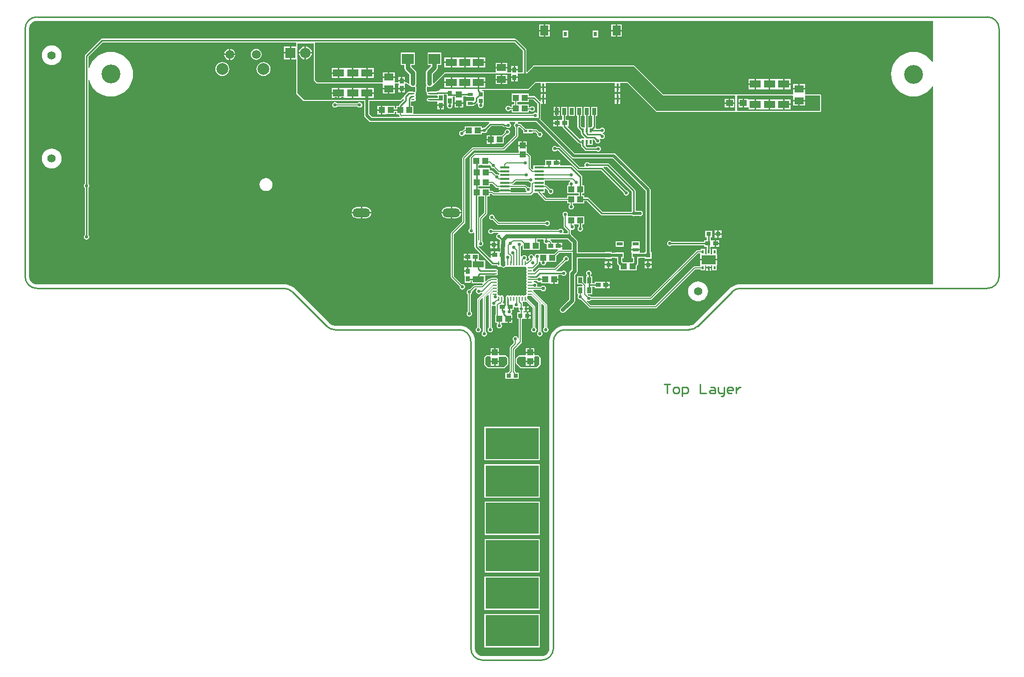
<source format=gtl>
G04 Layer_Physical_Order=1*
G04 Layer_Color=255*
%FSLAX43Y43*%
%MOMM*%
G71*
G01*
G75*
%ADD10R,0.500X0.400*%
%ADD11R,0.750X0.700*%
%ADD12R,1.020X1.020*%
%ADD13R,1.050X0.600*%
%ADD14R,0.900X0.700*%
%ADD15R,1.600X0.400*%
%ADD16C,0.610*%
%ADD17C,1.400*%
%ADD18R,0.700X1.000*%
%ADD19O,0.800X0.230*%
%ADD20O,0.230X0.800*%
%ADD21R,4.150X4.150*%
%ADD22R,1.020X1.020*%
%ADD23R,9.000X5.300*%
%ADD24R,1.900X1.300*%
%ADD25R,1.600X1.200*%
%ADD26R,0.800X0.800*%
%ADD27R,0.700X0.900*%
%ADD28R,0.800X0.800*%
%ADD29R,0.400X0.700*%
%ADD30R,1.150X1.000*%
%ADD31R,0.450X1.300*%
%ADD32R,0.650X1.150*%
%ADD33R,1.400X1.700*%
%ADD34R,0.540X0.800*%
%ADD35R,2.000X1.800*%
%ADD36R,0.700X0.750*%
%ADD37O,0.600X0.240*%
%ADD38R,1.580X2.850*%
%ADD39R,0.200X0.775*%
%ADD40R,1.900X1.100*%
%ADD41R,0.900X0.500*%
%ADD42R,0.400X0.600*%
%ADD43R,2.400X1.500*%
%ADD44C,0.152*%
%ADD45C,0.254*%
%ADD46C,0.125*%
%ADD47C,0.250*%
%ADD48C,0.140*%
%ADD49C,0.635*%
%ADD50C,0.500*%
%ADD51C,0.504*%
%ADD52C,0.800*%
%ADD53O,3.000X1.500*%
%ADD54R,1.800X1.800*%
%ADD55C,1.800*%
%ADD56C,1.500*%
%ADD57C,2.000*%
%ADD58C,3.200*%
%ADD59C,0.559*%
G36*
X-80500Y103319D02*
X71300D01*
X71300Y96420D01*
X71153Y96379D01*
X71063Y96525D01*
X70678Y96977D01*
X70226Y97363D01*
X69719Y97674D01*
X69170Y97901D01*
X68592Y98040D01*
X68000Y98086D01*
X67408Y98040D01*
X66830Y97901D01*
X66281Y97674D01*
X65774Y97363D01*
X65322Y96977D01*
X64937Y96525D01*
X64626Y96019D01*
X64399Y95470D01*
X64260Y94892D01*
X64213Y94300D01*
X64260Y93707D01*
X64399Y93129D01*
X64626Y92580D01*
X64937Y92074D01*
X65322Y91622D01*
X65774Y91236D01*
X66281Y90926D01*
X66830Y90698D01*
X67408Y90560D01*
X68000Y90513D01*
X68592Y90560D01*
X69170Y90698D01*
X69719Y90926D01*
X70226Y91236D01*
X70678Y91622D01*
X71063Y92074D01*
X71153Y92220D01*
X71300Y92179D01*
X71300Y58681D01*
X38657D01*
Y58683D01*
X38237Y58650D01*
X37828Y58552D01*
X37439Y58391D01*
X37080Y58171D01*
X36759Y57897D01*
X36759Y57897D01*
X36653Y57788D01*
X30933Y52067D01*
X30922Y52054D01*
X30662Y51854D01*
X30343Y51721D01*
X30017Y51679D01*
X30000Y51681D01*
X9000D01*
X9000Y51681D01*
Y51683D01*
X8580Y51650D01*
X8171Y51552D01*
X7782Y51391D01*
X7423Y51171D01*
X7103Y50897D01*
X6829Y50577D01*
X6609Y50218D01*
X6448Y49829D01*
X6350Y49420D01*
X6317Y49000D01*
X6319D01*
X6319Y49000D01*
Y-3000D01*
X6321Y-3017D01*
X6279Y-3343D01*
X6146Y-3662D01*
X5936Y-3936D01*
X5662Y-4146D01*
X5343Y-4279D01*
X5017Y-4321D01*
X5000Y-4319D01*
X-5000D01*
X-5017Y-4321D01*
X-5343Y-4279D01*
X-5662Y-4146D01*
X-5936Y-3936D01*
X-6146Y-3662D01*
X-6279Y-3343D01*
X-6321Y-3017D01*
X-6319Y-3000D01*
Y49000D01*
X-6319Y49000D01*
X-6317D01*
X-6350Y49420D01*
X-6448Y49829D01*
X-6609Y50218D01*
X-6829Y50577D01*
X-7103Y50897D01*
X-7423Y51171D01*
X-7782Y51391D01*
X-8171Y51552D01*
X-8580Y51650D01*
X-9000Y51683D01*
Y51681D01*
X-9000Y51681D01*
X-30000D01*
X-30017Y51679D01*
X-30343Y51721D01*
X-30662Y51854D01*
X-30819Y51974D01*
X-30933Y52067D01*
X-30933Y52067D01*
X-36761Y57896D01*
X-36759Y57897D01*
X-37080Y58171D01*
X-37439Y58391D01*
X-37828Y58552D01*
X-38237Y58650D01*
X-38657Y58683D01*
Y58681D01*
X-80500D01*
X-80517Y58679D01*
X-80843Y58721D01*
X-81162Y58854D01*
X-81436Y59064D01*
X-81646Y59338D01*
X-81779Y59657D01*
X-81821Y59983D01*
X-81819Y60000D01*
Y102000D01*
X-81821Y102017D01*
X-81779Y102343D01*
X-81646Y102662D01*
X-81436Y102936D01*
X-81162Y103146D01*
X-80843Y103279D01*
X-80517Y103321D01*
X-80500Y103319D01*
D02*
G37*
%LPC*%
G36*
X18587Y102742D02*
X17814D01*
Y101819D01*
X18587D01*
Y102742D01*
D02*
G37*
G36*
X17560D02*
X16787D01*
Y101819D01*
X17560D01*
Y102742D01*
D02*
G37*
G36*
X6377D02*
X5604D01*
Y101819D01*
X6377D01*
Y102742D01*
D02*
G37*
G36*
X5350D02*
X4577D01*
Y101819D01*
X5350D01*
Y102742D01*
D02*
G37*
G36*
X18587Y101565D02*
X17814D01*
Y100642D01*
X18587D01*
Y101565D01*
D02*
G37*
G36*
X17560D02*
X16787D01*
Y100642D01*
X17560D01*
Y101565D01*
D02*
G37*
G36*
X6377Y101565D02*
X5604D01*
Y100642D01*
X6377D01*
Y101565D01*
D02*
G37*
G36*
X5350D02*
X4577D01*
Y100642D01*
X5350D01*
Y101565D01*
D02*
G37*
G36*
X14562Y101687D02*
X13672D01*
Y100537D01*
X14562D01*
Y101687D01*
D02*
G37*
G36*
X9482D02*
X8592D01*
Y100537D01*
X9482D01*
Y101687D01*
D02*
G37*
G36*
X500Y100306D02*
X500Y100306D01*
X-69500D01*
X-69500Y100306D01*
X-69617Y100283D01*
X-69716Y100216D01*
X-69716Y100216D01*
X-72316Y97616D01*
X-72383Y97517D01*
X-72406Y97400D01*
X-72406Y97400D01*
Y75742D01*
X-72428Y75728D01*
X-72528Y75577D01*
X-72563Y75400D01*
X-72528Y75223D01*
X-72428Y75072D01*
X-72406Y75058D01*
Y67042D01*
X-72428Y67028D01*
X-72528Y66877D01*
X-72563Y66700D01*
X-72528Y66523D01*
X-72428Y66372D01*
X-72277Y66272D01*
X-72100Y66237D01*
X-71923Y66272D01*
X-71772Y66372D01*
X-71672Y66523D01*
X-71637Y66700D01*
X-71672Y66877D01*
X-71772Y67028D01*
X-71794Y67042D01*
Y75058D01*
X-71772Y75072D01*
X-71672Y75223D01*
X-71637Y75400D01*
X-71672Y75577D01*
X-71772Y75728D01*
X-71794Y75742D01*
Y93280D01*
X-71642Y93298D01*
X-71601Y93129D01*
X-71374Y92580D01*
X-71063Y92074D01*
X-70678Y91622D01*
X-70226Y91236D01*
X-69719Y90926D01*
X-69170Y90698D01*
X-68592Y90560D01*
X-68000Y90513D01*
X-67408Y90560D01*
X-66830Y90698D01*
X-66281Y90926D01*
X-65774Y91236D01*
X-65322Y91622D01*
X-64937Y92074D01*
X-64626Y92580D01*
X-64399Y93129D01*
X-64260Y93707D01*
X-64213Y94300D01*
X-64260Y94892D01*
X-64399Y95470D01*
X-64626Y96019D01*
X-64937Y96525D01*
X-65322Y96977D01*
X-65774Y97363D01*
X-66281Y97674D01*
X-66830Y97901D01*
X-67408Y98040D01*
X-68000Y98086D01*
X-68592Y98040D01*
X-69170Y97901D01*
X-69719Y97674D01*
X-70226Y97363D01*
X-70678Y96977D01*
X-71063Y96525D01*
X-71374Y96019D01*
X-71601Y95470D01*
X-71642Y95302D01*
X-71794Y95320D01*
Y97273D01*
X-69373Y99694D01*
X-36670D01*
X-36629Y99641D01*
X-36576Y99542D01*
X-36585Y99500D01*
Y99000D01*
X-37413D01*
Y97900D01*
Y96800D01*
X-36585D01*
Y91106D01*
X-36571Y91038D01*
X-36532Y90980D01*
X-35326Y89774D01*
X-35268Y89735D01*
X-35200Y89722D01*
X-25038Y89722D01*
Y87304D01*
X-25005Y87139D01*
X-24911Y86998D01*
X-24210Y86297D01*
X-24069Y86203D01*
X-23903Y86170D01*
X-3932D01*
X-3886Y86018D01*
X-3888Y86016D01*
X-4652Y85252D01*
X-4675Y85256D01*
X-4853Y85221D01*
X-4947Y85158D01*
X-5100Y85229D01*
Y85417D01*
X-6467D01*
X-6470Y85417D01*
X-6620D01*
X-6622Y85417D01*
X-7990D01*
Y85136D01*
X-8010Y84988D01*
X-8108Y84969D01*
X-8191Y84913D01*
X-8413Y84691D01*
X-8497Y84708D01*
X-8675Y84673D01*
X-8825Y84573D01*
X-8925Y84422D01*
X-8961Y84245D01*
X-8925Y84068D01*
X-8825Y83917D01*
X-8675Y83817D01*
X-8497Y83782D01*
X-8320Y83817D01*
X-8170Y83917D01*
X-8122Y83989D01*
X-7990Y84047D01*
X-7990Y84047D01*
X-7990Y84047D01*
X-6622D01*
X-6620Y84047D01*
X-6470D01*
X-6467Y84047D01*
X-5100D01*
Y84357D01*
X-4947Y84428D01*
X-4853Y84365D01*
X-4675Y84330D01*
X-4498Y84365D01*
X-4348Y84466D01*
X-4247Y84616D01*
X-4212Y84793D01*
X-4217Y84816D01*
X-3543Y85490D01*
X-1589D01*
X-1514Y85415D01*
X-1414Y85348D01*
X-1296Y85325D01*
X-988D01*
X-974Y85305D01*
X-824Y85205D01*
X-647Y85169D01*
X-470Y85205D01*
X-319Y85305D01*
X-219Y85455D01*
X-184Y85633D01*
X-219Y85810D01*
X-319Y85960D01*
X-405Y86018D01*
X-359Y86170D01*
X487D01*
X533Y86018D01*
X425Y85945D01*
X325Y85795D01*
X290Y85618D01*
X325Y85441D01*
X425Y85290D01*
X497Y85242D01*
Y83927D01*
X-1564Y81867D01*
X-6629D01*
X-6727Y81847D01*
X-6810Y81792D01*
X-8342Y80260D01*
X-8397Y80177D01*
X-8417Y80079D01*
Y69338D01*
X-10285Y67470D01*
X-10341Y67387D01*
X-10360Y67289D01*
Y59935D01*
X-10341Y59837D01*
X-10285Y59754D01*
X-8875Y58344D01*
X-8892Y58260D01*
X-8856Y58082D01*
X-8756Y57932D01*
X-8606Y57832D01*
X-8428Y57796D01*
X-8251Y57832D01*
X-8101Y57932D01*
X-8000Y58082D01*
X-7965Y58260D01*
X-8000Y58437D01*
X-8101Y58587D01*
X-8251Y58688D01*
X-8428Y58723D01*
X-8513Y58706D01*
X-9848Y60042D01*
Y67183D01*
X-7979Y69051D01*
X-7924Y69134D01*
X-7904Y69232D01*
Y79973D01*
X-6523Y81354D01*
X-1458D01*
X-1360Y81374D01*
X-1277Y81429D01*
X934Y83640D01*
X990Y83723D01*
X1009Y83821D01*
Y85242D01*
X1081Y85290D01*
X1097Y85314D01*
X1265Y85326D01*
X1858Y84733D01*
Y84295D01*
X3508D01*
Y84414D01*
X4010D01*
X4272Y84152D01*
X4255Y84068D01*
X4290Y83891D01*
X4391Y83740D01*
X4541Y83640D01*
X4718Y83605D01*
X4895Y83640D01*
X5046Y83740D01*
X5146Y83891D01*
X5181Y84068D01*
X5146Y84245D01*
X5046Y84395D01*
X4895Y84496D01*
X4718Y84531D01*
X4634Y84514D01*
X4297Y84851D01*
X4214Y84906D01*
X4116Y84926D01*
X3508D01*
Y85045D01*
X2271D01*
X1516Y85799D01*
X1433Y85854D01*
X1335Y85874D01*
X1128D01*
X1081Y85945D01*
X973Y86018D01*
X1019Y86170D01*
X4117D01*
X10127Y80159D01*
X10268Y80066D01*
X10434Y80033D01*
X17055D01*
X22597Y74491D01*
Y64183D01*
X22455D01*
Y64041D01*
X21800D01*
X21655Y64058D01*
Y64431D01*
X20930D01*
X20205D01*
Y64058D01*
X20230D01*
Y63133D01*
X20497D01*
Y62531D01*
X20359Y62393D01*
X19707D01*
X19705Y62393D01*
X19555D01*
X19553Y62393D01*
X18801D01*
X18665Y62528D01*
Y63133D01*
X18930D01*
Y64083D01*
X17530D01*
Y64083D01*
X17378Y64052D01*
X17280Y64071D01*
X17140Y64043D01*
X16905D01*
Y64183D01*
X15755D01*
Y64110D01*
X11077D01*
Y65862D01*
X11039Y66054D01*
X10930Y66217D01*
X10109Y67038D01*
X10026Y67162D01*
X9927Y67228D01*
Y67822D01*
X9989Y67890D01*
X10064Y67941D01*
X10153Y67923D01*
X10331Y67958D01*
X10481Y68059D01*
X10581Y68209D01*
X10617Y68386D01*
X10581Y68564D01*
X10510Y68671D01*
X10565Y68810D01*
X10577Y68824D01*
X10726D01*
X10728Y68824D01*
X10878D01*
X10881Y68824D01*
X11258D01*
Y68422D01*
X11236Y68407D01*
X11135Y68257D01*
X11100Y68080D01*
X11135Y67902D01*
X11236Y67752D01*
X11386Y67652D01*
X11563Y67616D01*
X11741Y67652D01*
X11891Y67752D01*
X11991Y67902D01*
X12027Y68080D01*
X11991Y68257D01*
X11891Y68407D01*
X11869Y68422D01*
Y68824D01*
X12248D01*
Y70194D01*
X10881D01*
X10878Y70194D01*
X10728D01*
X10726Y70194D01*
X9499D01*
X9417Y70346D01*
X9426Y70359D01*
X9461Y70536D01*
X9426Y70714D01*
X9325Y70864D01*
X9175Y70964D01*
X8998Y71000D01*
X8820Y70964D01*
X8670Y70864D01*
X8570Y70714D01*
X8534Y70536D01*
X8570Y70359D01*
X8670Y70209D01*
X8742Y70161D01*
Y68522D01*
X8761Y68424D01*
X8817Y68341D01*
X9415Y67743D01*
Y67309D01*
X8759D01*
X8677Y67462D01*
X8694Y67487D01*
X8729Y67665D01*
X8694Y67842D01*
X8594Y67992D01*
X8443Y68093D01*
X8266Y68128D01*
X8089Y68093D01*
X7938Y67992D01*
X7891Y67921D01*
X-3199D01*
X-3247Y67992D01*
X-3397Y68093D01*
X-3574Y68128D01*
X-3752Y68093D01*
X-3902Y67992D01*
X-4003Y67842D01*
X-4038Y67665D01*
X-4003Y67487D01*
X-3902Y67337D01*
X-3752Y67237D01*
X-3574Y67201D01*
X-3397Y67237D01*
X-3247Y67337D01*
X-3199Y67409D01*
X-2341D01*
X-2327Y67396D01*
X-2372Y67232D01*
X-2403Y67225D01*
X-2554Y67125D01*
X-2654Y66975D01*
X-2689Y66797D01*
X-2654Y66620D01*
X-2554Y66470D01*
X-2403Y66369D01*
X-2226Y66334D01*
X-2203Y66339D01*
X-2002Y66138D01*
Y65975D01*
X-2075D01*
Y64825D01*
X-2046D01*
Y64322D01*
X-2075Y64293D01*
X-2198Y64222D01*
X-2300Y64240D01*
X-2417Y64240D01*
X-2823D01*
Y63690D01*
X-2950D01*
Y63563D01*
X-3600D01*
Y63271D01*
X-3600Y63208D01*
X-3752Y63145D01*
X-5708Y65101D01*
X-5614Y65216D01*
X-5609Y65218D01*
X-5522Y65160D01*
X-5344Y65124D01*
X-5167Y65160D01*
X-5017Y65260D01*
X-4916Y65410D01*
X-4881Y65588D01*
X-4916Y65765D01*
X-5017Y65915D01*
X-5088Y65963D01*
Y69749D01*
X-4321Y70515D01*
X-4321Y70515D01*
X-4266Y70598D01*
X-4246Y70696D01*
Y73610D01*
X-3818D01*
Y74039D01*
X-3512D01*
X-3309Y73837D01*
X-3226Y73781D01*
X-3128Y73762D01*
X3109D01*
X3207Y73781D01*
X3291Y73837D01*
X3590Y74136D01*
X3645Y74219D01*
X3646Y74223D01*
X4305D01*
X4323Y74131D01*
X4379Y74048D01*
X5502Y72925D01*
X5502Y72925D01*
X5585Y72870D01*
X5683Y72850D01*
X5683Y72850D01*
X9356D01*
Y72421D01*
X9784D01*
Y72223D01*
X9713Y72175D01*
X9613Y72025D01*
X9577Y71848D01*
X9613Y71671D01*
X9713Y71520D01*
X9863Y71420D01*
X10041Y71385D01*
X10218Y71420D01*
X10368Y71520D01*
X10469Y71671D01*
X10504Y71848D01*
X10469Y72025D01*
X10368Y72175D01*
X10297Y72223D01*
Y72421D01*
X10726D01*
Y72421D01*
X10876D01*
Y72421D01*
X12246D01*
Y72800D01*
X12675D01*
X14992Y70484D01*
X14992Y70484D01*
X15091Y70417D01*
X15208Y70394D01*
X20258D01*
X20272Y70372D01*
X20423Y70272D01*
X20600Y70237D01*
X20751Y70267D01*
X21549D01*
X21700Y70237D01*
X21877Y70272D01*
X22028Y70372D01*
X22128Y70523D01*
X22163Y70700D01*
X22128Y70877D01*
X22028Y71028D01*
X21877Y71128D01*
X21700Y71163D01*
X21549Y71133D01*
X20906D01*
Y74500D01*
X20883Y74617D01*
X20816Y74716D01*
X16416Y79116D01*
X16317Y79183D01*
X16200Y79206D01*
X16200Y79206D01*
X13042D01*
X13028Y79228D01*
X12877Y79328D01*
X12700Y79363D01*
X12523Y79328D01*
X12372Y79228D01*
X12272Y79077D01*
X12237Y78900D01*
X12266Y78754D01*
X12184Y78601D01*
X11432D01*
X8137Y81897D01*
X8038Y81963D01*
X7921Y81986D01*
X7921Y81986D01*
X7594D01*
X7580Y82008D01*
X7429Y82108D01*
X7252Y82144D01*
X7075Y82108D01*
X6924Y82008D01*
X6824Y81858D01*
X6789Y81680D01*
X6824Y81503D01*
X6924Y81353D01*
X7075Y81252D01*
X7252Y81217D01*
X7429Y81252D01*
X7580Y81353D01*
X7594Y81374D01*
X7794D01*
X11089Y78079D01*
X11089Y78079D01*
X11188Y78013D01*
X11305Y77990D01*
X12950D01*
X12950Y77990D01*
X12983Y77996D01*
X15071D01*
X18892Y74176D01*
X18887Y74150D01*
X18922Y73973D01*
X19022Y73822D01*
X19173Y73722D01*
X19350Y73687D01*
X19527Y73722D01*
X19678Y73822D01*
X19778Y73973D01*
X19813Y74150D01*
X19778Y74327D01*
X19678Y74478D01*
X19527Y74578D01*
X19350Y74613D01*
X19324Y74608D01*
X15491Y78442D01*
X15554Y78594D01*
X16073D01*
X20294Y74373D01*
Y71042D01*
X20272Y71028D01*
X20258Y71006D01*
X15335D01*
X13018Y73323D01*
X12919Y73389D01*
X12802Y73412D01*
X12802Y73412D01*
X12246D01*
Y73791D01*
X11866D01*
Y74121D01*
X12246D01*
Y75491D01*
X11866D01*
Y76894D01*
X11866Y76894D01*
X11843Y77011D01*
X11777Y77110D01*
X11777Y77110D01*
X10173Y78714D01*
X10074Y78780D01*
X9957Y78804D01*
X9957Y78804D01*
X8161D01*
Y79121D01*
X7511D01*
Y79248D01*
X7384D01*
Y79798D01*
X6861D01*
Y79798D01*
X6836Y79773D01*
X5586D01*
Y79004D01*
X5535Y78873D01*
X3585D01*
Y78218D01*
X3433Y78154D01*
X3168Y78419D01*
Y80348D01*
X3149Y80446D01*
X3093Y80529D01*
X2755Y80867D01*
X2672Y80923D01*
X2574Y80942D01*
X2470D01*
X2470Y81354D01*
X2495Y81496D01*
X2495Y81513D01*
Y82079D01*
X1785D01*
X1075D01*
Y81513D01*
X1075Y81496D01*
X1100Y81354D01*
X1100Y80942D01*
X-6342D01*
X-6441Y80923D01*
X-6524Y80867D01*
X-6524Y80867D01*
X-7107Y80284D01*
X-7163Y80201D01*
X-7182Y80103D01*
Y68126D01*
X-7253Y68078D01*
X-7354Y67928D01*
X-7389Y67751D01*
X-7354Y67573D01*
X-7253Y67423D01*
X-7103Y67323D01*
X-6926Y67287D01*
X-6749Y67323D01*
X-6598Y67423D01*
X-6530Y67526D01*
X-6377Y67480D01*
Y65027D01*
X-6354Y64909D01*
X-6287Y64809D01*
X-3482Y62004D01*
X-3382Y61937D01*
X-3264Y61913D01*
X-2541D01*
X-2523Y61823D01*
X-2459Y61727D01*
X-2363Y61663D01*
X-2250Y61641D01*
X-2137Y61663D01*
X-2111Y61680D01*
X-2000Y61715D01*
X-1889Y61680D01*
X-1863Y61663D01*
X-1801Y61651D01*
X-1667Y61561D01*
X-1475Y61523D01*
X-1283Y61561D01*
X-1120Y61670D01*
X-1115Y61678D01*
X-1111Y61680D01*
X-1000Y61715D01*
X-889Y61680D01*
X-863Y61663D01*
X-750Y61641D01*
X-637Y61663D01*
X-611Y61680D01*
X-500Y61715D01*
X-389Y61680D01*
X-363Y61663D01*
X-250Y61641D01*
X-137Y61663D01*
X-111Y61680D01*
X0Y61715D01*
X111Y61680D01*
X137Y61663D01*
X250Y61641D01*
X363Y61663D01*
X389Y61680D01*
X500Y61715D01*
X611Y61680D01*
X637Y61663D01*
X750Y61641D01*
X863Y61663D01*
X889Y61680D01*
X1000Y61715D01*
X1111Y61680D01*
X1137Y61663D01*
X1250Y61641D01*
X1363Y61663D01*
X1389Y61680D01*
X1500Y61715D01*
X1611Y61680D01*
X1637Y61663D01*
X1750Y61641D01*
X1863Y61663D01*
X1889Y61680D01*
X2041Y61727D01*
X2137Y61663D01*
X2250Y61641D01*
X2271Y61645D01*
X2399Y61517D01*
X2394Y61496D01*
X2417Y61383D01*
X2434Y61357D01*
X2481Y61205D01*
X2417Y61109D01*
X2394Y60996D01*
X2417Y60883D01*
X2434Y60857D01*
X2481Y60705D01*
X2417Y60609D01*
X2394Y60496D01*
X2417Y60383D01*
X2434Y60357D01*
X2481Y60205D01*
X2417Y60109D01*
X2394Y59996D01*
X2417Y59883D01*
X2434Y59857D01*
X2481Y59705D01*
X2417Y59609D01*
X2394Y59496D01*
X2417Y59383D01*
X2434Y59357D01*
X2481Y59205D01*
X2417Y59109D01*
X2394Y58996D01*
X2417Y58883D01*
X2434Y58857D01*
X2481Y58705D01*
X2417Y58609D01*
X2394Y58496D01*
X2417Y58383D01*
X2434Y58357D01*
X2481Y58205D01*
X2417Y58109D01*
X2394Y57996D01*
X2417Y57883D01*
X2434Y57857D01*
X2481Y57705D01*
X2417Y57609D01*
X2394Y57496D01*
X2417Y57383D01*
X2434Y57357D01*
X2481Y57205D01*
X2417Y57109D01*
X2394Y56996D01*
X2398Y56975D01*
X2271Y56848D01*
X2250Y56852D01*
X2137Y56829D01*
X2111Y56812D01*
X2000Y56778D01*
X1889Y56812D01*
X1863Y56829D01*
X1750Y56852D01*
X1637Y56829D01*
X1611Y56812D01*
X1500Y56778D01*
X1389Y56812D01*
X1363Y56829D01*
X1250Y56852D01*
X1137Y56829D01*
X1111Y56812D01*
X959Y56765D01*
X863Y56829D01*
X750Y56852D01*
X637Y56829D01*
X611Y56812D01*
X459Y56765D01*
X363Y56829D01*
X250Y56852D01*
X137Y56829D01*
X111Y56812D01*
X-41Y56765D01*
X-137Y56829D01*
X-250Y56852D01*
X-363Y56829D01*
X-389Y56812D01*
X-500Y56778D01*
X-611Y56812D01*
X-637Y56829D01*
X-750Y56852D01*
X-863Y56829D01*
X-959Y56765D01*
X-1023Y56669D01*
X-1046Y56556D01*
Y56323D01*
X-1056Y56271D01*
Y55450D01*
X-1534D01*
X-1592Y55591D01*
X-1569Y55614D01*
X-1513Y55697D01*
X-1494Y55795D01*
Y55848D01*
X-1477Y55873D01*
X-1454Y55986D01*
Y56556D01*
X-1477Y56669D01*
X-1541Y56765D01*
X-1637Y56829D01*
X-1750Y56852D01*
X-1863Y56829D01*
X-1889Y56812D01*
X-2000Y56778D01*
X-2111Y56812D01*
X-2137Y56829D01*
X-2250Y56852D01*
X-2271Y56848D01*
X-2399Y56975D01*
X-2394Y56996D01*
X-2417Y57109D01*
X-2434Y57135D01*
X-2481Y57287D01*
X-2417Y57383D01*
X-2394Y57496D01*
X-2417Y57609D01*
X-2434Y57635D01*
X-2481Y57787D01*
X-2417Y57883D01*
X-2394Y57996D01*
X-2417Y58109D01*
X-2434Y58135D01*
X-2481Y58287D01*
X-2417Y58383D01*
X-2394Y58496D01*
X-2417Y58609D01*
X-2434Y58635D01*
X-2481Y58787D01*
X-2417Y58883D01*
X-2394Y58996D01*
X-2417Y59109D01*
X-2434Y59135D01*
X-2481Y59287D01*
X-2417Y59383D01*
X-2394Y59496D01*
X-2417Y59609D01*
X-2481Y59705D01*
X-2577Y59769D01*
X-2690Y59792D01*
X-3260D01*
X-3373Y59769D01*
X-3399Y59752D01*
X-3541D01*
X-3639Y59733D01*
X-3722Y59677D01*
X-3722Y59677D01*
X-3813Y59586D01*
X-3971D01*
X-4069Y59567D01*
X-4152Y59511D01*
X-4434Y59229D01*
X-4575Y59288D01*
Y60188D01*
X-2975D01*
X-2913Y60201D01*
X-2690D01*
X-2577Y60223D01*
X-2481Y60287D01*
X-2417Y60383D01*
X-2394Y60496D01*
X-2417Y60609D01*
X-2434Y60635D01*
X-2481Y60787D01*
X-2417Y60883D01*
X-2394Y60996D01*
X-2417Y61109D01*
X-2481Y61205D01*
X-2577Y61269D01*
X-2690Y61292D01*
X-2913D01*
X-2975Y61304D01*
X-4431D01*
X-4575Y61325D01*
Y62775D01*
X-5478D01*
X-5612Y62820D01*
Y63870D01*
X-6745D01*
X-6887Y63895D01*
X-7004Y63895D01*
X-7410D01*
Y63345D01*
Y62795D01*
X-6969Y62795D01*
X-6881Y62783D01*
X-6825Y62668D01*
Y61554D01*
X-6976Y61551D01*
X-6977Y61551D01*
X-7399D01*
Y60901D01*
X-7526D01*
Y60774D01*
X-8076D01*
Y60368D01*
X-8076Y60251D01*
X-8051Y60109D01*
Y58976D01*
X-7001D01*
Y59242D01*
X-6825D01*
Y58825D01*
X-5038D01*
X-4979Y58684D01*
X-5171Y58492D01*
X-6378D01*
X-6476Y58473D01*
X-6559Y58417D01*
X-7153Y57823D01*
X-7242Y57841D01*
X-7419Y57806D01*
X-7570Y57706D01*
X-7670Y57555D01*
X-7705Y57378D01*
X-7670Y57201D01*
X-7570Y57050D01*
X-7500Y57004D01*
Y54044D01*
X-7571Y53996D01*
X-7672Y53846D01*
X-7707Y53669D01*
X-7672Y53491D01*
X-7571Y53341D01*
X-7421Y53241D01*
X-7244Y53205D01*
X-7066Y53241D01*
X-6916Y53341D01*
X-6816Y53491D01*
X-6780Y53669D01*
X-6816Y53846D01*
X-6916Y53996D01*
X-6987Y54044D01*
Y57002D01*
X-6914Y57050D01*
X-6814Y57201D01*
X-6779Y57378D01*
X-6795Y57457D01*
X-6272Y57980D01*
X-6028D01*
X-5982Y57827D01*
X-5982Y57827D01*
X-6083Y57677D01*
X-6118Y57500D01*
X-6083Y57323D01*
X-5982Y57172D01*
X-5832Y57072D01*
X-5655Y57037D01*
X-5477Y57072D01*
X-5327Y57172D01*
X-5279Y57244D01*
X-5105D01*
X-5042Y57091D01*
X-5866Y56266D01*
X-5893Y56227D01*
X-5919Y56188D01*
X-5919Y56188D01*
X-5919Y56188D01*
X-5928Y56141D01*
X-5937Y56095D01*
X-5942Y51385D01*
X-6028Y51328D01*
X-6128Y51177D01*
X-6163Y51000D01*
X-6128Y50823D01*
X-6028Y50672D01*
X-5877Y50572D01*
X-5700Y50537D01*
X-5523Y50572D01*
X-5372Y50672D01*
X-5272Y50823D01*
X-5237Y51000D01*
X-5272Y51177D01*
X-5372Y51328D01*
X-5457Y51384D01*
X-5453Y55995D01*
X-5083Y56365D01*
X-4942Y56306D01*
Y50685D01*
X-5028Y50628D01*
X-5128Y50477D01*
X-5163Y50300D01*
X-5128Y50123D01*
X-5028Y49972D01*
X-4877Y49872D01*
X-4700Y49837D01*
X-4523Y49872D01*
X-4372Y49972D01*
X-4272Y50123D01*
X-4237Y50300D01*
X-4272Y50477D01*
X-4372Y50628D01*
X-4458Y50685D01*
Y56500D01*
X-4083Y56874D01*
X-3942Y56816D01*
Y51385D01*
X-4028Y51328D01*
X-4128Y51177D01*
X-4163Y51000D01*
X-4128Y50823D01*
X-4028Y50672D01*
X-3877Y50572D01*
X-3700Y50537D01*
X-3523Y50572D01*
X-3372Y50672D01*
X-3272Y50823D01*
X-3237Y51000D01*
X-3272Y51177D01*
X-3372Y51328D01*
X-3458Y51385D01*
Y54994D01*
X-3305Y55076D01*
X-3259Y55044D01*
X-3081Y55009D01*
X-2904Y55044D01*
X-2898Y55049D01*
X-2745Y54967D01*
Y53529D01*
X-2854D01*
Y52160D01*
X-2571D01*
X-2531Y52087D01*
X-2509Y52007D01*
X-2597Y51876D01*
X-2632Y51698D01*
X-2597Y51521D01*
X-2497Y51371D01*
X-2346Y51270D01*
X-2169Y51235D01*
X-1992Y51270D01*
X-1842Y51371D01*
X-1741Y51521D01*
X-1706Y51698D01*
X-1741Y51876D01*
X-1829Y52007D01*
X-1808Y52087D01*
X-1767Y52160D01*
X-1484D01*
Y52160D01*
X-1359Y52134D01*
Y52135D01*
X-776D01*
Y52845D01*
X-649D01*
Y52972D01*
X61D01*
Y53555D01*
X-57D01*
X-82Y53587D01*
X-124Y53707D01*
X-47Y53823D01*
X-12Y54000D01*
X-47Y54177D01*
X-77Y54223D01*
X4Y54375D01*
X275D01*
Y54809D01*
X370Y54851D01*
X427Y54864D01*
X566Y54771D01*
X744Y54736D01*
X921Y54771D01*
X992Y54818D01*
X1144Y54737D01*
Y54169D01*
X1319D01*
Y53921D01*
X867D01*
Y52871D01*
X1167D01*
Y49656D01*
X1127Y49520D01*
X1127Y49520D01*
Y49520D01*
X1015Y49509D01*
X1012Y49524D01*
X993Y49621D01*
X892Y49771D01*
X742Y49872D01*
X565Y49907D01*
X387Y49872D01*
X237Y49771D01*
X137Y49621D01*
X101Y49444D01*
X137Y49266D01*
X237Y49116D01*
X315Y49064D01*
Y48749D01*
X-352Y48082D01*
X-406Y48001D01*
X-425Y47905D01*
Y44008D01*
X-577Y43856D01*
X-631Y43775D01*
X-645Y43705D01*
X-1125D01*
Y42655D01*
X-25D01*
X-25Y42655D01*
X25D01*
Y42655D01*
X127Y42655D01*
X1125D01*
Y43705D01*
X643D01*
X631Y43769D01*
X577Y43850D01*
X419Y44008D01*
Y47568D01*
X1594Y48743D01*
X1648Y48824D01*
X1667Y48920D01*
Y52764D01*
X1775Y52871D01*
X1850D01*
X1992Y52846D01*
X2109Y52846D01*
X2440D01*
Y53396D01*
Y53946D01*
X2109D01*
X1992Y53946D01*
X1971Y53943D01*
X1941Y53961D01*
X1922Y54030D01*
X1996Y54144D01*
X2242D01*
Y54544D01*
Y54944D01*
X1919D01*
X1819Y55055D01*
Y55414D01*
X1800Y55509D01*
X1778Y55542D01*
X1819Y55680D01*
X1843Y55709D01*
X1863Y55713D01*
X1889Y55730D01*
X2041Y55777D01*
X2137Y55713D01*
X2250Y55691D01*
X2363Y55713D01*
X2425Y55754D01*
X3458Y54721D01*
Y51385D01*
X3372Y51328D01*
X3272Y51177D01*
X3237Y51000D01*
X3272Y50823D01*
X3372Y50672D01*
X3523Y50572D01*
X3700Y50537D01*
X3877Y50572D01*
X4028Y50672D01*
X4128Y50823D01*
X4163Y51000D01*
X4128Y51177D01*
X4028Y51328D01*
X3942Y51385D01*
Y54821D01*
X3924Y54914D01*
X3871Y54993D01*
X2546Y56318D01*
Y56556D01*
X2541Y56577D01*
X2669Y56705D01*
X2690Y56701D01*
X3257D01*
X4458Y55500D01*
Y50685D01*
X4372Y50628D01*
X4272Y50477D01*
X4237Y50300D01*
X4272Y50123D01*
X4372Y49972D01*
X4523Y49872D01*
X4700Y49837D01*
X4877Y49872D01*
X5028Y49972D01*
X5128Y50123D01*
X5163Y50300D01*
X5128Y50477D01*
X5028Y50628D01*
X4942Y50685D01*
Y55306D01*
X5083Y55365D01*
X5458Y54990D01*
Y51385D01*
X5372Y51328D01*
X5272Y51177D01*
X5237Y51000D01*
X5272Y50823D01*
X5372Y50672D01*
X5523Y50572D01*
X5700Y50537D01*
X5877Y50572D01*
X6028Y50672D01*
X6128Y50823D01*
X6163Y51000D01*
X6128Y51177D01*
X6028Y51328D01*
X5942Y51385D01*
Y55100D01*
X5924Y55193D01*
X5871Y55271D01*
X5842Y55291D01*
X3563Y57569D01*
X3589Y57667D01*
X3641Y57722D01*
X4880D01*
X4940Y57632D01*
X5099Y57526D01*
X5286Y57489D01*
X5473Y57526D01*
X5632Y57632D01*
X5738Y57791D01*
X5775Y57978D01*
X5738Y58165D01*
X5632Y58324D01*
X5473Y58430D01*
X5286Y58467D01*
X5099Y58430D01*
X4940Y58324D01*
X4880Y58234D01*
X4329D01*
X4268Y58349D01*
X4263Y58386D01*
X4296Y58551D01*
X4261Y58728D01*
X4160Y58878D01*
X4010Y58979D01*
X3833Y59014D01*
X3768Y59001D01*
X3618Y59097D01*
X3735Y59240D01*
X4182D01*
X4230Y59169D01*
X4380Y59068D01*
X4557Y59033D01*
X4735Y59068D01*
X4771Y59093D01*
X4924Y59011D01*
Y58818D01*
X6277Y58818D01*
X6419Y58793D01*
X6436Y58793D01*
X7002D01*
Y59503D01*
X7129D01*
Y59630D01*
X7839D01*
Y60117D01*
X7839Y60213D01*
X7968Y60269D01*
X8432D01*
X8446Y60248D01*
X8597Y60147D01*
X8774Y60112D01*
X8951Y60147D01*
X9102Y60248D01*
X9202Y60398D01*
X9237Y60575D01*
X9202Y60752D01*
X9102Y60903D01*
X8951Y61003D01*
X8774Y61038D01*
X8597Y61003D01*
X8446Y60903D01*
X8432Y60881D01*
X7533D01*
X7487Y61033D01*
X7521Y61057D01*
X9043Y62578D01*
X9128Y62562D01*
X9305Y62597D01*
X9455Y62697D01*
X9556Y62848D01*
X9591Y63025D01*
X9556Y63202D01*
X9455Y63353D01*
X9305Y63453D01*
X9128Y63488D01*
X8950Y63453D01*
X8800Y63353D01*
X8700Y63202D01*
X8664Y63025D01*
X8681Y62941D01*
X7234Y61494D01*
X4567D01*
X4469Y61474D01*
X4386Y61419D01*
X3763Y60796D01*
X3639Y60803D01*
X3544Y60939D01*
X3556Y60996D01*
X3536Y61096D01*
X3534Y61111D01*
X3614Y61260D01*
X3616Y61260D01*
X3697Y61315D01*
X4448Y62065D01*
X4503Y62149D01*
X4523Y62247D01*
Y62353D01*
X4635Y62467D01*
X4768Y62465D01*
X4845Y62371D01*
X4880Y62194D01*
X4981Y62043D01*
X5131Y61943D01*
X5309Y61908D01*
X5486Y61943D01*
X5636Y62043D01*
X5737Y62194D01*
X5772Y62371D01*
X5861Y62480D01*
X5991D01*
X5994Y62480D01*
X6144D01*
X6146Y62480D01*
X7514D01*
Y63488D01*
X8038Y64012D01*
X10073D01*
Y63608D01*
Y61131D01*
X9800Y60858D01*
X9691Y60696D01*
X9653Y60503D01*
Y56125D01*
X8221Y54693D01*
X8112Y54530D01*
X8074Y54338D01*
X8112Y54146D01*
X8221Y53983D01*
X8384Y53874D01*
X8576Y53836D01*
X8768Y53874D01*
X8931Y53983D01*
X10510Y55562D01*
X10619Y55725D01*
X10657Y55917D01*
Y60295D01*
X10930Y60568D01*
X11039Y60731D01*
X11077Y60923D01*
X11077Y60923D01*
Y63106D01*
X15755D01*
Y63033D01*
X16905D01*
Y63173D01*
X17140D01*
X17280Y63145D01*
X17378Y63164D01*
X17530Y63133D01*
Y63133D01*
X17795D01*
Y62348D01*
X17828Y62181D01*
X17922Y62040D01*
X18185Y61777D01*
Y61023D01*
X19553D01*
X19555Y61023D01*
X19705D01*
X19707Y61023D01*
X21075D01*
Y61780D01*
X21236Y61942D01*
X21330Y62082D01*
X21363Y62248D01*
Y63133D01*
X21630D01*
Y63175D01*
X22455D01*
Y63033D01*
X23605D01*
Y64183D01*
X23463D01*
Y74670D01*
X23430Y74836D01*
X23336Y74976D01*
X17541Y80772D01*
X17400Y80866D01*
X17234Y80899D01*
X10613D01*
X4791Y86722D01*
X4840Y86795D01*
X4863Y86912D01*
X4863Y86912D01*
Y89137D01*
X4882Y89282D01*
X5015Y89282D01*
X5180D01*
Y90005D01*
X4882D01*
Y89748D01*
X4730Y89686D01*
X3892Y90523D01*
X3793Y90589D01*
X3676Y90613D01*
X3676Y90613D01*
X2813D01*
Y90992D01*
X1446D01*
X1443Y90992D01*
X1293D01*
X1291Y90992D01*
X-77D01*
Y89622D01*
X378D01*
Y89148D01*
X-32D01*
Y88739D01*
X-283D01*
X-331Y88810D01*
X-481Y88911D01*
X-659Y88946D01*
X-836Y88911D01*
X-986Y88810D01*
X-1087Y88660D01*
X-1122Y88483D01*
X-1087Y88306D01*
X-986Y88155D01*
X-836Y88055D01*
X-659Y88020D01*
X-481Y88055D01*
X-331Y88155D01*
X-283Y88227D01*
X-32D01*
Y87778D01*
X1336D01*
X1338Y87778D01*
X1488D01*
X1490Y87778D01*
X2858D01*
Y88152D01*
X3030D01*
X3078Y88081D01*
X3228Y87981D01*
X3406Y87945D01*
X3583Y87981D01*
X3733Y88081D01*
X3834Y88231D01*
X3869Y88409D01*
X3834Y88586D01*
X3733Y88736D01*
X3583Y88837D01*
X3406Y88872D01*
X3228Y88837D01*
X3078Y88736D01*
X3030Y88665D01*
X2858D01*
Y89148D01*
X1490D01*
X1488Y89148D01*
X1338D01*
X1336Y89148D01*
X890D01*
Y89622D01*
X1291D01*
X1293Y89622D01*
X1443D01*
X1446Y89622D01*
X2813D01*
Y90001D01*
X3549D01*
X4251Y89299D01*
Y87835D01*
X4099Y87754D01*
X4084Y87764D01*
X3907Y87799D01*
X3729Y87764D01*
X3579Y87663D01*
X3531Y87592D01*
X-16717D01*
Y88888D01*
X-17124D01*
Y89573D01*
X-16980Y89699D01*
X-16620D01*
X-16505Y89722D01*
X-16407Y89787D01*
X-16342Y89885D01*
X-16319Y90000D01*
X-16342Y90115D01*
X-16357Y90138D01*
X-16395Y90250D01*
X-16357Y90362D01*
X-16342Y90385D01*
X-16319Y90500D01*
X-16342Y90615D01*
X-16357Y90638D01*
X-16395Y90750D01*
X-16357Y90862D01*
X-16342Y90885D01*
X-16319Y91000D01*
X-16342Y91115D01*
X-16274Y91253D01*
X-16268Y91262D01*
X-16260Y91269D01*
X-16249Y91290D01*
X-16235Y91311D01*
X-16233Y91321D01*
X-16228Y91331D01*
X-16226Y91355D01*
X-16222Y91379D01*
Y92121D01*
X-16224Y92132D01*
X-16223Y92144D01*
X-16231Y92166D01*
X-16235Y92189D01*
X-16242Y92199D01*
X-16245Y92210D01*
X-16261Y92228D01*
X-16274Y92247D01*
X-16283Y92254D01*
X-16291Y92262D01*
X-16325Y92288D01*
X-16292Y92438D01*
X-16251Y92499D01*
X-16207Y92723D01*
Y94493D01*
X-16251Y94717D01*
X-16378Y94908D01*
X-17064Y95593D01*
Y95825D01*
X-16475D01*
Y97975D01*
X-18825D01*
Y95825D01*
X-18236D01*
Y95350D01*
X-18192Y95126D01*
X-18065Y94935D01*
X-17379Y94250D01*
Y92735D01*
X-17425Y92692D01*
X-17507Y92640D01*
X-17796Y92847D01*
X-17815Y92855D01*
X-17832Y92866D01*
X-17846Y92869D01*
X-17860Y92875D01*
X-17880Y92876D01*
X-17900Y92880D01*
X-18090D01*
X-18150Y93023D01*
X-18700D01*
X-19250D01*
X-19310Y92880D01*
X-19777D01*
X-19822Y92880D01*
X-19874Y92961D01*
X-19898Y93013D01*
X-19900Y93021D01*
X-19900Y93116D01*
Y93673D01*
X-20900D01*
X-21900D01*
Y93129D01*
X-21900Y93021D01*
X-21902Y93013D01*
X-21926Y92961D01*
X-21978Y92880D01*
X-22023Y92880D01*
X-33025D01*
X-33428Y93283D01*
X-33428Y99500D01*
X-33436Y99542D01*
X-33384Y99641D01*
X-33342Y99694D01*
X373D01*
X1794Y98273D01*
Y94578D01*
X950D01*
Y94923D01*
X400D01*
X-150D01*
Y94578D01*
X-657D01*
X-800Y94600D01*
X-800Y94731D01*
Y95273D01*
X-1800D01*
X-2800D01*
X-2800Y94600D01*
X-2943Y94578D01*
X-11353D01*
X-11386Y94572D01*
X-11420Y94565D01*
X-11420Y94565D01*
X-11421Y94565D01*
X-11449Y94546D01*
X-11478Y94527D01*
X-13261Y92767D01*
X-13414Y92830D01*
Y94357D01*
X-12735Y95035D01*
X-12608Y95226D01*
X-12564Y95450D01*
Y95825D01*
X-11975D01*
Y97975D01*
X-14325D01*
Y95825D01*
X-13785D01*
X-13757Y95673D01*
X-14415Y95015D01*
X-14542Y94824D01*
X-14586Y94600D01*
Y93000D01*
Y92723D01*
X-14542Y92499D01*
X-14525Y92474D01*
X-14525Y92474D01*
X-14518Y92453D01*
X-14512Y92318D01*
X-14524Y92305D01*
X-14540Y92295D01*
X-14549Y92281D01*
X-14561Y92269D01*
X-14568Y92252D01*
X-14578Y92237D01*
X-14582Y92220D01*
X-14588Y92205D01*
X-14588Y92187D01*
X-14592Y92169D01*
X-14592Y91409D01*
X-14588Y91390D01*
X-14588Y91370D01*
X-14581Y91356D01*
X-14578Y91341D01*
X-14567Y91324D01*
X-14559Y91306D01*
X-14509Y91235D01*
X-14508Y91234D01*
X-14508Y91233D01*
X-14488Y91215D01*
X-14483Y91207D01*
X-14458Y91115D01*
X-14481Y91000D01*
X-14458Y90885D01*
X-14393Y90787D01*
X-14295Y90722D01*
X-14180Y90699D01*
X-14026D01*
X-14000Y90694D01*
X-12792D01*
X-12792Y90694D01*
X-12767Y90699D01*
X-12614Y90589D01*
Y90306D01*
X-14000D01*
X-14026Y90301D01*
X-14180D01*
X-14295Y90278D01*
X-14393Y90213D01*
X-14458Y90115D01*
X-14481Y90000D01*
X-14458Y89885D01*
X-14393Y89787D01*
X-14295Y89722D01*
X-14180Y89699D01*
X-14026D01*
X-14000Y89694D01*
X-12774D01*
X-12639Y89653D01*
X-12639Y89536D01*
Y89130D01*
X-12089D01*
X-11539D01*
Y89536D01*
X-11539Y89653D01*
X-11564Y89795D01*
Y90849D01*
X-11186D01*
X-11078Y90742D01*
X-11078Y90422D01*
X-11078Y90270D01*
Y89122D01*
X-11078D01*
X-11025Y88970D01*
X-11030Y88944D01*
X-10995Y88767D01*
X-10895Y88617D01*
X-10744Y88516D01*
X-10567Y88481D01*
X-10390Y88516D01*
X-10239Y88617D01*
X-10139Y88767D01*
X-10104Y88944D01*
X-10109Y88970D01*
X-10028Y89122D01*
X-10028D01*
Y90270D01*
X-10028Y90372D01*
X-9948Y90491D01*
X-9685D01*
X-9685Y90192D01*
X-9710Y90050D01*
X-9710Y90033D01*
Y89467D01*
X-9000D01*
X-8290D01*
Y90033D01*
X-8290Y90050D01*
X-8315Y90192D01*
X-8315Y90554D01*
X-7725D01*
Y90425D01*
X-6621D01*
X-6552Y90425D01*
X-6489Y90420D01*
X-6420Y90353D01*
X-6399Y90328D01*
X-6394Y90261D01*
X-6406Y90200D01*
X-6406Y90200D01*
Y89899D01*
X-6475Y89775D01*
X-7725D01*
Y88925D01*
X-6475D01*
X-6450Y89044D01*
X-6333Y89067D01*
X-6234Y89134D01*
X-5977Y89390D01*
X-5825Y89327D01*
Y89175D01*
X-5825D01*
X-5747Y89080D01*
X-5763Y89000D01*
X-5728Y88823D01*
X-5628Y88672D01*
X-5477Y88572D01*
X-5300Y88537D01*
X-5123Y88572D01*
X-4972Y88672D01*
X-4872Y88823D01*
X-4837Y89000D01*
X-4853Y89080D01*
X-4775Y89175D01*
X-4775D01*
Y90275D01*
X-4775Y90275D01*
Y90325D01*
X-4775D01*
X-4775Y90427D01*
Y91425D01*
X-5123D01*
X-5152Y91469D01*
X-5071Y91622D01*
X2090D01*
X2090Y91622D01*
X2693Y91622D01*
X2761Y91635D01*
X2819Y91674D01*
X3967Y92822D01*
X4882D01*
Y92259D01*
X5307D01*
X5732D01*
Y92822D01*
X17422Y92822D01*
Y92259D01*
X17847D01*
X18272D01*
Y92822D01*
X19526D01*
X24374Y87974D01*
X24432Y87935D01*
X24500Y87922D01*
X37800D01*
X37868Y87935D01*
X37926Y87974D01*
X38032Y87931D01*
X38100Y87918D01*
X52154Y87918D01*
X52222Y87931D01*
X52280Y87970D01*
X52319Y88028D01*
X52332Y88096D01*
X52332Y90700D01*
X52319Y90768D01*
X52280Y90826D01*
X52222Y90865D01*
X52154Y90878D01*
X49718D01*
X49685Y90880D01*
X49666Y90892D01*
X49630Y90951D01*
X49603Y91007D01*
X49600Y91016D01*
X49600Y91120D01*
Y91673D01*
X48600D01*
X47600D01*
Y91125D01*
X47600Y91022D01*
X47597Y91011D01*
X47566Y90944D01*
X47533Y90890D01*
X47510Y90878D01*
X47510Y90878D01*
X47481Y90878D01*
X38100Y90878D01*
X38032Y90865D01*
X37926Y90826D01*
X37868Y90865D01*
X37800Y90878D01*
X25624D01*
X20776Y95726D01*
X20718Y95765D01*
X20650Y95778D01*
X3692Y95778D01*
X3688Y95778D01*
X3684Y95778D01*
X3654Y95771D01*
X3623Y95765D01*
X3620Y95763D01*
X3616Y95762D01*
X3591Y95743D01*
X3565Y95726D01*
X3563Y95723D01*
X3560Y95721D01*
X2558Y94628D01*
X2406Y94687D01*
Y98400D01*
X2383Y98517D01*
X2316Y98616D01*
X2316Y98616D01*
X716Y100216D01*
X617Y100283D01*
X500Y100306D01*
D02*
G37*
G36*
X-37667Y99000D02*
X-38640D01*
Y98027D01*
X-37667D01*
Y99000D01*
D02*
G37*
G36*
X-47723Y98591D02*
Y97777D01*
X-46909D01*
X-46924Y97898D01*
X-47020Y98129D01*
X-47172Y98328D01*
X-47371Y98480D01*
X-47602Y98576D01*
X-47723Y98591D01*
D02*
G37*
G36*
X-47977Y98591D02*
X-48098Y98576D01*
X-48329Y98480D01*
X-48528Y98328D01*
X-48680Y98129D01*
X-48776Y97898D01*
X-48791Y97777D01*
X-47977D01*
Y98591D01*
D02*
G37*
G36*
X-6850Y97150D02*
X-7002Y97150D01*
X-7873D01*
Y96300D01*
Y95450D01*
X-7002D01*
X-6850Y95450D01*
X-6698Y95450D01*
X-5827D01*
Y96300D01*
Y97150D01*
X-6698D01*
X-6850Y97150D01*
D02*
G37*
G36*
X-37667Y97773D02*
X-38640D01*
Y96800D01*
X-37667D01*
Y97773D01*
D02*
G37*
G36*
X-43350Y98583D02*
X-43591Y98551D01*
X-43816Y98458D01*
X-44010Y98310D01*
X-44158Y98116D01*
X-44251Y97891D01*
X-44283Y97650D01*
X-44251Y97409D01*
X-44158Y97184D01*
X-44010Y96990D01*
X-43816Y96842D01*
X-43591Y96749D01*
X-43350Y96717D01*
X-43109Y96749D01*
X-42884Y96842D01*
X-42690Y96990D01*
X-42542Y97184D01*
X-42449Y97409D01*
X-42417Y97650D01*
X-42449Y97891D01*
X-42542Y98116D01*
X-42690Y98310D01*
X-42884Y98458D01*
X-43109Y98551D01*
X-43350Y98583D01*
D02*
G37*
G36*
X-47977Y97523D02*
X-48791D01*
X-48776Y97402D01*
X-48680Y97171D01*
X-48528Y96972D01*
X-48329Y96820D01*
X-48098Y96724D01*
X-47977Y96709D01*
Y97523D01*
D02*
G37*
G36*
X-46909D02*
X-47723D01*
Y96709D01*
X-47602Y96724D01*
X-47371Y96820D01*
X-47172Y96972D01*
X-47020Y97171D01*
X-46924Y97402D01*
X-46909Y97523D01*
D02*
G37*
G36*
X-5573Y97150D02*
Y96427D01*
X-4550D01*
Y97150D01*
X-5573D01*
D02*
G37*
G36*
X-10427D02*
X-11450D01*
Y96427D01*
X-10427D01*
Y97150D01*
D02*
G37*
G36*
X-78000Y99183D02*
X-78328Y99151D01*
X-78644Y99055D01*
X-78935Y98899D01*
X-79190Y98690D01*
X-79399Y98435D01*
X-79555Y98144D01*
X-79651Y97828D01*
X-79683Y97500D01*
X-79651Y97172D01*
X-79555Y96856D01*
X-79399Y96565D01*
X-79190Y96310D01*
X-78935Y96101D01*
X-78644Y95945D01*
X-78328Y95849D01*
X-78000Y95817D01*
X-77672Y95849D01*
X-77356Y95945D01*
X-77065Y96101D01*
X-76810Y96310D01*
X-76601Y96565D01*
X-76445Y96856D01*
X-76349Y97172D01*
X-76317Y97500D01*
X-76349Y97828D01*
X-76445Y98144D01*
X-76601Y98435D01*
X-76810Y98690D01*
X-77065Y98899D01*
X-77356Y99055D01*
X-77672Y99151D01*
X-78000Y99183D01*
D02*
G37*
G36*
X-800Y96200D02*
X-1673D01*
Y95527D01*
X-800D01*
Y96200D01*
D02*
G37*
G36*
X-1927D02*
X-2800D01*
Y95527D01*
X-1927D01*
Y96200D01*
D02*
G37*
G36*
X-4550Y96173D02*
X-5573D01*
Y95450D01*
X-4550D01*
Y96173D01*
D02*
G37*
G36*
X-9150Y97150D02*
X-9302Y97150D01*
X-10173D01*
Y96300D01*
Y95450D01*
X-9302D01*
X-9150Y95450D01*
X-8998Y95450D01*
X-8127D01*
Y96300D01*
Y97150D01*
X-8998D01*
X-9150Y97150D01*
D02*
G37*
G36*
X-10427Y96173D02*
X-11450D01*
Y95450D01*
X-10427D01*
Y96173D01*
D02*
G37*
G36*
X-25850Y95350D02*
X-25902Y95350D01*
X-26873D01*
Y94500D01*
Y93650D01*
X-25902D01*
X-25750Y93650D01*
X-25698Y93650D01*
X-24727D01*
Y94500D01*
Y95350D01*
X-25698D01*
X-25850Y95350D01*
D02*
G37*
G36*
X950Y95700D02*
X527D01*
Y95177D01*
X950D01*
Y95700D01*
D02*
G37*
G36*
X273D02*
X-150D01*
Y95177D01*
X273D01*
Y95700D01*
D02*
G37*
G36*
X-24473Y95350D02*
Y94627D01*
X-23450D01*
Y95350D01*
X-24473D01*
D02*
G37*
G36*
X-29527D02*
X-30550D01*
Y94627D01*
X-29527D01*
Y95350D01*
D02*
G37*
G36*
X-42100Y96335D02*
X-42407Y96295D01*
X-42693Y96176D01*
X-42938Y95988D01*
X-43126Y95743D01*
X-43245Y95457D01*
X-43285Y95150D01*
X-43245Y94843D01*
X-43126Y94557D01*
X-42938Y94312D01*
X-42693Y94124D01*
X-42407Y94005D01*
X-42100Y93965D01*
X-41793Y94005D01*
X-41507Y94124D01*
X-41262Y94312D01*
X-41074Y94557D01*
X-40955Y94843D01*
X-40915Y95150D01*
X-40955Y95457D01*
X-41074Y95743D01*
X-41262Y95988D01*
X-41507Y96176D01*
X-41793Y96295D01*
X-42100Y96335D01*
D02*
G37*
G36*
X-49100D02*
X-49407Y96295D01*
X-49693Y96176D01*
X-49938Y95988D01*
X-50126Y95743D01*
X-50245Y95457D01*
X-50285Y95150D01*
X-50245Y94843D01*
X-50126Y94557D01*
X-49938Y94312D01*
X-49693Y94124D01*
X-49407Y94005D01*
X-49100Y93965D01*
X-48793Y94005D01*
X-48507Y94124D01*
X-48262Y94312D01*
X-48074Y94557D01*
X-47955Y94843D01*
X-47915Y95150D01*
X-47955Y95457D01*
X-48074Y95743D01*
X-48262Y95988D01*
X-48507Y96176D01*
X-48793Y96295D01*
X-49100Y96335D01*
D02*
G37*
G36*
X-19900Y94600D02*
X-20773D01*
Y93927D01*
X-19900D01*
Y94600D01*
D02*
G37*
G36*
X-21027D02*
X-21900D01*
Y93927D01*
X-21027D01*
Y94600D01*
D02*
G37*
G36*
X-23450Y94373D02*
X-24473D01*
Y93650D01*
X-23450D01*
Y94373D01*
D02*
G37*
G36*
X-28250Y95350D02*
X-28302Y95350D01*
X-29273D01*
Y94500D01*
Y93650D01*
X-28302D01*
X-28150Y93650D01*
X-28098Y93650D01*
X-27127D01*
Y94500D01*
Y95350D01*
X-28098D01*
X-28250Y95350D01*
D02*
G37*
G36*
X-29527Y94373D02*
X-30550D01*
Y93650D01*
X-29527D01*
Y94373D01*
D02*
G37*
G36*
X44750Y93450D02*
X44698Y93450D01*
X43727D01*
Y92600D01*
Y91750D01*
X44698D01*
X44850Y91750D01*
X44902Y91750D01*
X45873D01*
Y92600D01*
Y93450D01*
X44902D01*
X44750Y93450D01*
D02*
G37*
G36*
X-18150Y93800D02*
X-18573D01*
Y93277D01*
X-18150D01*
Y93800D01*
D02*
G37*
G36*
X-18827D02*
X-19250D01*
Y93277D01*
X-18827D01*
Y93800D01*
D02*
G37*
G36*
X46127Y93450D02*
Y92727D01*
X47150D01*
Y93450D01*
X46127D01*
D02*
G37*
G36*
X41073D02*
X40050D01*
Y92727D01*
X41073D01*
Y93450D01*
D02*
G37*
G36*
X49600Y92600D02*
X48727D01*
Y91927D01*
X49600D01*
Y92600D01*
D02*
G37*
G36*
X48473D02*
X47600D01*
Y91927D01*
X48473D01*
Y92600D01*
D02*
G37*
G36*
X47150Y92473D02*
X46127D01*
Y91750D01*
X47150D01*
Y92473D01*
D02*
G37*
G36*
X42350Y93450D02*
X42298Y93450D01*
X41327D01*
Y92600D01*
Y91750D01*
X42298D01*
X42450Y91750D01*
X42502Y91750D01*
X43473D01*
Y92600D01*
Y93450D01*
X42502D01*
X42350Y93450D01*
D02*
G37*
G36*
X41073Y92473D02*
X40050D01*
Y91750D01*
X41073D01*
Y92473D01*
D02*
G37*
G36*
X18272Y92005D02*
X17974D01*
Y91282D01*
X18272D01*
Y92005D01*
D02*
G37*
G36*
X17720D02*
X17422D01*
Y91282D01*
X17720D01*
Y92005D01*
D02*
G37*
G36*
X5732D02*
X5434D01*
Y91282D01*
X5732D01*
Y92005D01*
D02*
G37*
G36*
X5180D02*
X4882D01*
Y91282D01*
X5180D01*
Y92005D01*
D02*
G37*
G36*
X18272Y90982D02*
X17974D01*
Y90259D01*
X18272D01*
Y90982D01*
D02*
G37*
G36*
X5732D02*
X5434D01*
Y90259D01*
X5732D01*
Y90982D01*
D02*
G37*
G36*
X17720D02*
X17422D01*
Y90259D01*
X17720D01*
Y90982D01*
D02*
G37*
G36*
X5180D02*
X4882D01*
Y90259D01*
X5180D01*
Y90982D01*
D02*
G37*
G36*
X-25845Y89563D02*
X-26023Y89528D01*
X-26173Y89428D01*
X-26221Y89356D01*
X-29625D01*
X-29672Y89428D01*
X-29823Y89528D01*
X-30000Y89563D01*
X-30177Y89528D01*
X-30328Y89428D01*
X-30428Y89277D01*
X-30463Y89100D01*
X-30428Y88923D01*
X-30328Y88772D01*
X-30177Y88672D01*
X-30000Y88637D01*
X-29823Y88672D01*
X-29672Y88772D01*
X-29625Y88844D01*
X-26221D01*
X-26173Y88772D01*
X-26023Y88672D01*
X-25845Y88637D01*
X-25668Y88672D01*
X-25518Y88772D01*
X-25417Y88923D01*
X-25382Y89100D01*
X-25417Y89277D01*
X-25518Y89428D01*
X-25668Y89528D01*
X-25845Y89563D01*
D02*
G37*
G36*
X18272Y90005D02*
X17974D01*
Y89282D01*
X18272D01*
Y90005D01*
D02*
G37*
G36*
X17720D02*
X17422D01*
Y89282D01*
X17720D01*
Y90005D01*
D02*
G37*
G36*
X5732D02*
X5434D01*
Y89282D01*
X5732D01*
Y90005D01*
D02*
G37*
G36*
X-8290Y89213D02*
X-8873D01*
Y88630D01*
X-8290D01*
Y89213D01*
D02*
G37*
G36*
X-9127D02*
X-9710D01*
Y88630D01*
X-9127D01*
Y89213D01*
D02*
G37*
G36*
X-11539Y88876D02*
X-11962D01*
Y88353D01*
X-11539D01*
Y88876D01*
D02*
G37*
G36*
X-12216D02*
X-12639D01*
Y88353D01*
X-12216D01*
Y88876D01*
D02*
G37*
G36*
X8077Y88737D02*
X7679D01*
Y88089D01*
X8077D01*
Y88737D01*
D02*
G37*
G36*
X7425D02*
X7027D01*
Y88089D01*
X7425D01*
Y88737D01*
D02*
G37*
G36*
X10592Y88712D02*
X9592D01*
Y87212D01*
X10592D01*
Y88712D01*
D02*
G37*
G36*
X8077Y87835D02*
X7679D01*
Y87187D01*
X8077D01*
Y87835D01*
D02*
G37*
G36*
X7425D02*
X7027D01*
Y87187D01*
X7425D01*
Y87835D01*
D02*
G37*
G36*
X7523Y86550D02*
X7000D01*
Y86127D01*
X7523D01*
Y86550D01*
D02*
G37*
G36*
Y85873D02*
X7000D01*
Y85450D01*
X7523D01*
Y85873D01*
D02*
G37*
G36*
X13132Y88712D02*
X12132D01*
Y87212D01*
X12324D01*
Y85275D01*
X12255D01*
Y85275D01*
X11888D01*
X11666Y85497D01*
Y87212D01*
X11862D01*
Y88712D01*
X10862D01*
Y87212D01*
X11054D01*
Y85370D01*
X11054Y85370D01*
X11077Y85253D01*
X11144Y85154D01*
X11605Y84692D01*
Y84225D01*
X11674Y84220D01*
X11697Y84103D01*
X11764Y84004D01*
X12247Y83520D01*
X12177Y83375D01*
X11605D01*
Y83343D01*
X11453Y83280D01*
X9398Y85334D01*
X9457Y85475D01*
X9575D01*
Y86525D01*
X9126D01*
Y87212D01*
X9322D01*
Y88712D01*
X8322D01*
Y87212D01*
X8514D01*
Y86646D01*
X8362Y86539D01*
X8300Y86550D01*
X8183Y86550D01*
X7777D01*
Y86000D01*
Y85450D01*
X8183D01*
X8300Y85450D01*
X8442Y85475D01*
X8519D01*
X8519Y85475D01*
X8542Y85358D01*
X8609Y85259D01*
X11234Y82634D01*
X11234Y82634D01*
X11333Y82567D01*
X11450Y82544D01*
X11605D01*
Y82325D01*
X11674D01*
Y82166D01*
X11674Y82166D01*
X11697Y82049D01*
X11764Y81950D01*
X12324Y81390D01*
X12423Y81324D01*
X12540Y81300D01*
X14259D01*
X14273Y81279D01*
X14424Y81178D01*
X14601Y81143D01*
X14778Y81178D01*
X14929Y81279D01*
X15029Y81429D01*
X15064Y81606D01*
X15029Y81783D01*
X14929Y81934D01*
X14778Y82034D01*
X14601Y82069D01*
X14424Y82034D01*
X14273Y81934D01*
X14259Y81912D01*
X12667D01*
X12431Y82148D01*
X12495Y82300D01*
X12503D01*
Y82850D01*
X12757D01*
Y82300D01*
X13030D01*
Y82325D01*
X13655D01*
Y83212D01*
X13807Y83260D01*
X14042Y83026D01*
X14037Y83000D01*
X14072Y82823D01*
X14172Y82672D01*
X14323Y82572D01*
X14500Y82537D01*
X14677Y82572D01*
X14828Y82672D01*
X14928Y82823D01*
X14963Y83000D01*
X14928Y83177D01*
X14882Y83247D01*
X14858Y83282D01*
X14968Y83392D01*
X15003Y83368D01*
X15073Y83322D01*
X15250Y83287D01*
X15427Y83322D01*
X15578Y83422D01*
X15678Y83573D01*
X15713Y83750D01*
X15678Y83927D01*
X15578Y84078D01*
X15427Y84178D01*
X15330Y84197D01*
Y84353D01*
X15427Y84372D01*
X15578Y84472D01*
X15678Y84623D01*
X15713Y84800D01*
X15678Y84977D01*
X15578Y85128D01*
X15427Y85228D01*
X15250Y85263D01*
X15073Y85228D01*
X14922Y85128D01*
X14874Y85056D01*
X14223D01*
X14153Y85208D01*
X14183Y85253D01*
X14206Y85370D01*
X14206Y85370D01*
Y87212D01*
X14402D01*
Y88712D01*
X13402D01*
Y87212D01*
X13594D01*
Y85497D01*
X13372Y85275D01*
X13005D01*
Y85275D01*
X12936D01*
Y87212D01*
X13132D01*
Y88712D01*
D02*
G37*
G36*
X-787Y84949D02*
X-964Y84914D01*
X-1115Y84814D01*
X-1215Y84663D01*
X-1250Y84486D01*
X-1234Y84402D01*
X-1742Y83893D01*
X-2733Y83893D01*
X-2875Y83918D01*
X-2892Y83918D01*
X-3458D01*
Y83208D01*
Y82498D01*
X-2892D01*
X-2875Y82498D01*
X-2733Y82523D01*
X-2723Y82523D01*
X-1380D01*
Y83531D01*
X-871Y84040D01*
X-787Y84023D01*
X-610Y84058D01*
X-460Y84159D01*
X-359Y84309D01*
X-324Y84486D01*
X-359Y84663D01*
X-460Y84814D01*
X-610Y84914D01*
X-787Y84949D01*
D02*
G37*
G36*
X-3712Y83918D02*
X-4295D01*
Y83335D01*
X-3712D01*
Y83918D01*
D02*
G37*
G36*
Y83081D02*
X-4295D01*
Y82498D01*
X-3712D01*
Y83081D01*
D02*
G37*
G36*
X2495Y82916D02*
X1912D01*
Y82333D01*
X2495D01*
Y82916D01*
D02*
G37*
G36*
X1658D02*
X1075D01*
Y82333D01*
X1658D01*
Y82916D01*
D02*
G37*
G36*
X8161Y79798D02*
X7638D01*
Y79375D01*
X8161D01*
Y79798D01*
D02*
G37*
G36*
X-78000Y81683D02*
X-78328Y81651D01*
X-78644Y81555D01*
X-78935Y81399D01*
X-79190Y81190D01*
X-79399Y80935D01*
X-79555Y80644D01*
X-79651Y80328D01*
X-79683Y80000D01*
X-79651Y79672D01*
X-79555Y79356D01*
X-79399Y79065D01*
X-79190Y78810D01*
X-78935Y78601D01*
X-78644Y78445D01*
X-78328Y78349D01*
X-78000Y78317D01*
X-77672Y78349D01*
X-77356Y78445D01*
X-77065Y78601D01*
X-76810Y78810D01*
X-76601Y79065D01*
X-76445Y79356D01*
X-76349Y79672D01*
X-76317Y80000D01*
X-76349Y80328D01*
X-76445Y80644D01*
X-76601Y80935D01*
X-76810Y81190D01*
X-77065Y81399D01*
X-77356Y81555D01*
X-77672Y81651D01*
X-78000Y81683D01*
D02*
G37*
G36*
X-41700Y76709D02*
X-41987Y76672D01*
X-42255Y76561D01*
X-42485Y76385D01*
X-42661Y76155D01*
X-42772Y75887D01*
X-42809Y75600D01*
X-42772Y75313D01*
X-42661Y75045D01*
X-42485Y74815D01*
X-42255Y74639D01*
X-41987Y74528D01*
X-41700Y74491D01*
X-41413Y74528D01*
X-41145Y74639D01*
X-40915Y74815D01*
X-40739Y75045D01*
X-40628Y75313D01*
X-40591Y75600D01*
X-40628Y75887D01*
X-40739Y76155D01*
X-40915Y76385D01*
X-41145Y76561D01*
X-41413Y76672D01*
X-41700Y76709D01*
D02*
G37*
G36*
X-24766Y71794D02*
X-25389D01*
Y70963D01*
X-23825D01*
X-23841Y71084D01*
X-23937Y71315D01*
X-24089Y71514D01*
X-24287Y71666D01*
X-24518Y71762D01*
X-24766Y71794D01*
D02*
G37*
G36*
X-9526D02*
X-10149D01*
Y70963D01*
X-8585D01*
X-8601Y71084D01*
X-8697Y71315D01*
X-8849Y71514D01*
X-9047Y71666D01*
X-9278Y71762D01*
X-9526Y71794D01*
D02*
G37*
G36*
X-25643D02*
X-26266D01*
X-26514Y71762D01*
X-26745Y71666D01*
X-26944Y71514D01*
X-27096Y71315D01*
X-27192Y71084D01*
X-27208Y70963D01*
X-25643D01*
Y71794D01*
D02*
G37*
G36*
X-10403D02*
X-11026D01*
X-11274Y71762D01*
X-11505Y71666D01*
X-11704Y71514D01*
X-11856Y71315D01*
X-11952Y71084D01*
X-11968Y70963D01*
X-10403D01*
Y71794D01*
D02*
G37*
G36*
X-8585Y70709D02*
X-10149D01*
Y69878D01*
X-9526D01*
X-9278Y69911D01*
X-9047Y70006D01*
X-8849Y70159D01*
X-8697Y70357D01*
X-8601Y70588D01*
X-8585Y70709D01*
D02*
G37*
G36*
X-10403D02*
X-11968D01*
X-11952Y70588D01*
X-11856Y70357D01*
X-11704Y70159D01*
X-11505Y70006D01*
X-11274Y69911D01*
X-11026Y69878D01*
X-10403D01*
Y70709D01*
D02*
G37*
G36*
X-23825D02*
X-25389D01*
Y69878D01*
X-24766D01*
X-24518Y69911D01*
X-24287Y70006D01*
X-24089Y70159D01*
X-23937Y70357D01*
X-23841Y70588D01*
X-23825Y70709D01*
D02*
G37*
G36*
X-25643D02*
X-27208D01*
X-27192Y70588D01*
X-27096Y70357D01*
X-26944Y70159D01*
X-26745Y70006D01*
X-26514Y69911D01*
X-26266Y69878D01*
X-25643D01*
Y70709D01*
D02*
G37*
G36*
X-3416Y70519D02*
X-3593Y70483D01*
X-3744Y70383D01*
X-3844Y70233D01*
X-3879Y70055D01*
X-3844Y69878D01*
X-3744Y69728D01*
X-3593Y69627D01*
X-3416Y69592D01*
X-3316Y69612D01*
X-2525Y68820D01*
X-2442Y68765D01*
X-2344Y68745D01*
X-2344Y68745D01*
X5560D01*
X5608Y68674D01*
X5758Y68573D01*
X5935Y68538D01*
X6113Y68573D01*
X6263Y68674D01*
X6363Y68824D01*
X6399Y69002D01*
X6363Y69179D01*
X6263Y69329D01*
X6113Y69430D01*
X5935Y69465D01*
X5758Y69430D01*
X5608Y69329D01*
X5560Y69258D01*
X-2238D01*
X-2967Y69986D01*
X-2953Y70055D01*
X-2988Y70233D01*
X-3088Y70383D01*
X-3239Y70483D01*
X-3416Y70519D01*
D02*
G37*
G36*
X35500Y67800D02*
X35027D01*
Y67327D01*
X35500D01*
Y67800D01*
D02*
G37*
G36*
X34773D02*
X34300D01*
Y67327D01*
X34773D01*
Y67800D01*
D02*
G37*
G36*
X35500Y67073D02*
X35027D01*
Y66600D01*
X35500D01*
Y67073D01*
D02*
G37*
G36*
X34773D02*
X34300D01*
Y66600D01*
X34773D01*
Y67073D01*
D02*
G37*
G36*
X33875Y67775D02*
X32725D01*
Y66625D01*
X32994D01*
Y66125D01*
X32525D01*
Y65908D01*
X27059D01*
X27046Y65928D01*
X26896Y66028D01*
X26718Y66063D01*
X26541Y66028D01*
X26391Y65928D01*
X26290Y65777D01*
X26255Y65600D01*
X26290Y65423D01*
X26391Y65272D01*
X26541Y65172D01*
X26718Y65137D01*
X26896Y65172D01*
X27046Y65272D01*
X27059Y65292D01*
X32525D01*
Y65075D01*
X32969D01*
Y64675D01*
X32925D01*
Y63800D01*
X32675D01*
Y64675D01*
X31925D01*
Y64456D01*
X31400D01*
X31302Y64437D01*
X31219Y64381D01*
X23394Y56556D01*
X13375D01*
X13328Y56628D01*
X13177Y56728D01*
X13000Y56763D01*
X12916Y56747D01*
X12778Y56884D01*
X12836Y57025D01*
X13575D01*
Y58263D01*
X13965D01*
Y58043D01*
X15098D01*
X15240Y58019D01*
X15357Y58019D01*
X15763D01*
Y58568D01*
Y59118D01*
X15357D01*
X15240Y59118D01*
X15098Y59093D01*
X13965D01*
Y58874D01*
X13575D01*
Y60075D01*
X13356D01*
Y60281D01*
X13434Y60398D01*
X13469Y60575D01*
X13434Y60752D01*
X13334Y60903D01*
X13183Y61003D01*
X13006Y61038D01*
X12829Y61003D01*
X12678Y60903D01*
X12578Y60752D01*
X12543Y60575D01*
X12578Y60398D01*
X12678Y60248D01*
X12709Y60227D01*
X12669Y60075D01*
X12525D01*
Y58868D01*
X12373Y58805D01*
X12075Y59102D01*
Y60075D01*
X11025D01*
Y58725D01*
X11728D01*
X11926Y58527D01*
X11863Y58375D01*
X11025D01*
Y57025D01*
X11169D01*
X11213Y56903D01*
X11219Y56873D01*
X11122Y56727D01*
X11087Y56550D01*
X11122Y56373D01*
X11222Y56222D01*
X11373Y56122D01*
X11550Y56087D01*
X11634Y56103D01*
X13033Y54705D01*
X13116Y54649D01*
X13214Y54630D01*
X24286D01*
X24384Y54649D01*
X24467Y54705D01*
X31006Y61244D01*
X31925D01*
Y61025D01*
X32675D01*
Y61900D01*
X32900D01*
Y61627D01*
X33300D01*
X33700D01*
Y61900D01*
X33925D01*
Y61025D01*
X34675D01*
Y61900D01*
X34700D01*
Y62723D01*
X33300D01*
X31900D01*
Y61900D01*
X31900Y61900D01*
X31900D01*
X31879Y61756D01*
X30900D01*
X30900Y61756D01*
X30802Y61737D01*
X30719Y61681D01*
X24180Y55142D01*
X13320D01*
X12675Y55788D01*
X12772Y55906D01*
X12823Y55872D01*
X13000Y55837D01*
X13177Y55872D01*
X13328Y55972D01*
X13375Y56044D01*
X23500D01*
X23598Y56063D01*
X23681Y56119D01*
X31506Y63944D01*
X31879D01*
X31900Y63800D01*
X31900Y63800D01*
X31900Y63800D01*
Y62977D01*
X33300D01*
X34700D01*
Y63800D01*
X34675D01*
Y64675D01*
X33925D01*
Y63800D01*
X33675D01*
Y64675D01*
X33581D01*
Y64957D01*
X33733Y65062D01*
X33800Y65050D01*
X33917Y65050D01*
X34323D01*
Y65600D01*
Y66150D01*
X33917D01*
X33800Y66150D01*
X33758Y66143D01*
X33605Y66258D01*
Y66625D01*
X33875D01*
Y67775D01*
D02*
G37*
G36*
X34577Y66150D02*
Y65727D01*
X35100D01*
Y66150D01*
X34577D01*
D02*
G37*
G36*
X-2500Y66000D02*
X-2973D01*
Y65527D01*
X-2500D01*
Y66000D01*
D02*
G37*
G36*
X-3227D02*
X-3700D01*
Y65527D01*
X-3227D01*
Y66000D01*
D02*
G37*
G36*
X35100Y65473D02*
X34577D01*
Y65050D01*
X35100D01*
Y65473D01*
D02*
G37*
G36*
X18930Y65983D02*
X17530D01*
Y65033D01*
X18930D01*
Y65983D01*
D02*
G37*
G36*
X-2500Y65273D02*
X-2973D01*
Y64800D01*
X-2500D01*
Y65273D01*
D02*
G37*
G36*
X-3227D02*
X-3700D01*
Y64800D01*
X-3227D01*
Y65273D01*
D02*
G37*
G36*
X21630Y65983D02*
X20230D01*
Y65058D01*
X20205D01*
Y64685D01*
X20930D01*
X21655D01*
Y65058D01*
X21630D01*
Y65983D01*
D02*
G37*
G36*
X-3077Y64240D02*
X-3600D01*
Y63817D01*
X-3077D01*
Y64240D01*
D02*
G37*
G36*
X-7664Y63895D02*
X-8187D01*
Y63472D01*
X-7664D01*
Y63895D01*
D02*
G37*
G36*
Y63218D02*
X-8187D01*
Y62795D01*
X-7664D01*
Y63218D01*
D02*
G37*
G36*
X16930Y62608D02*
X16457D01*
Y62135D01*
X16930D01*
Y62608D01*
D02*
G37*
G36*
X16203D02*
X15730D01*
Y62135D01*
X16203D01*
Y62608D01*
D02*
G37*
G36*
X23630D02*
X23157D01*
Y62135D01*
X23630D01*
Y62608D01*
D02*
G37*
G36*
X22903D02*
X22430D01*
Y62135D01*
X22903D01*
Y62608D01*
D02*
G37*
G36*
X23630Y61881D02*
X23157D01*
Y61408D01*
X23630D01*
Y61881D01*
D02*
G37*
G36*
X22903D02*
X22430D01*
Y61408D01*
X22903D01*
Y61881D01*
D02*
G37*
G36*
X16930Y61881D02*
X16457D01*
Y61408D01*
X16930D01*
Y61881D01*
D02*
G37*
G36*
X16203D02*
X15730D01*
Y61408D01*
X16203D01*
Y61881D01*
D02*
G37*
G36*
X-7653Y61551D02*
X-8076D01*
Y61028D01*
X-7653D01*
Y61551D01*
D02*
G37*
G36*
X33700Y61373D02*
X33427D01*
Y61000D01*
X33700D01*
Y61373D01*
D02*
G37*
G36*
X33173D02*
X32900D01*
Y61000D01*
X33173D01*
Y61373D01*
D02*
G37*
G36*
X7839Y59376D02*
X7256D01*
Y58793D01*
X7839D01*
Y59376D01*
D02*
G37*
G36*
X16017Y59118D02*
Y58695D01*
X16540D01*
Y59118D01*
X16017D01*
D02*
G37*
G36*
X16540Y58441D02*
X16017D01*
Y58019D01*
X16540D01*
Y58441D01*
D02*
G37*
G36*
X31500Y59183D02*
X31172Y59151D01*
X30856Y59055D01*
X30565Y58899D01*
X30310Y58690D01*
X30101Y58435D01*
X29945Y58144D01*
X29849Y57828D01*
X29817Y57500D01*
X29849Y57172D01*
X29945Y56856D01*
X30101Y56565D01*
X30310Y56310D01*
X30565Y56101D01*
X30856Y55945D01*
X31172Y55849D01*
X31500Y55817D01*
X31828Y55849D01*
X32144Y55945D01*
X32435Y56101D01*
X32690Y56310D01*
X32899Y56565D01*
X33055Y56856D01*
X33151Y57172D01*
X33183Y57500D01*
X33151Y57828D01*
X33055Y58144D01*
X32899Y58435D01*
X32690Y58690D01*
X32435Y58899D01*
X32144Y59055D01*
X31828Y59151D01*
X31500Y59183D01*
D02*
G37*
G36*
X2496Y54944D02*
Y54671D01*
X2819D01*
Y54944D01*
X2496D01*
D02*
G37*
G36*
X2819Y54417D02*
X2496D01*
Y54144D01*
X2819D01*
Y54417D01*
D02*
G37*
G36*
X2694Y53946D02*
Y53523D01*
X3142D01*
Y53946D01*
X2694D01*
D02*
G37*
G36*
X3142Y53269D02*
X2694D01*
Y52846D01*
X3142D01*
Y53269D01*
D02*
G37*
G36*
X61Y52717D02*
X-522D01*
Y52135D01*
X61D01*
Y52717D01*
D02*
G37*
G36*
X-2222Y47847D02*
X-2805D01*
Y47264D01*
X-2222D01*
Y47847D01*
D02*
G37*
G36*
X-3059D02*
X-3642D01*
Y47264D01*
X-3059D01*
Y47847D01*
D02*
G37*
G36*
X3756D02*
X3173D01*
Y47264D01*
X3756D01*
Y47847D01*
D02*
G37*
G36*
X2919D02*
X2336D01*
Y47264D01*
X2919D01*
Y47847D01*
D02*
G37*
G36*
X-2222Y47010D02*
X-2932D01*
X-3642D01*
Y46773D01*
X-3657Y46740D01*
X-3660Y46737D01*
X-3795Y46639D01*
X-4296Y46641D01*
X-4296Y46640D01*
X-4296Y46641D01*
X-4330Y46634D01*
X-4364Y46627D01*
X-4364Y46627D01*
X-4365Y46627D01*
X-4393Y46608D01*
X-4422Y46589D01*
X-4422Y46588D01*
X-4423Y46588D01*
X-4649Y46362D01*
X-4687Y46304D01*
X-4701Y46236D01*
Y45106D01*
X-4687Y45038D01*
X-4649Y44980D01*
X-4171Y44503D01*
X-4114Y44464D01*
X-4045Y44450D01*
X-1434D01*
X-1434Y44450D01*
X-1365Y44464D01*
X-1307Y44503D01*
X-716Y45094D01*
X-678Y45152D01*
X-664Y45220D01*
Y46198D01*
X-678Y46266D01*
X-716Y46324D01*
X-968Y46576D01*
X-997Y46595D01*
X-1026Y46614D01*
X-1026Y46614D01*
X-1026Y46614D01*
X-1060Y46621D01*
X-1094Y46628D01*
X-2120Y46632D01*
X-2142Y46654D01*
X-2206Y46731D01*
X-2222Y46763D01*
X-2222Y46766D01*
Y47010D01*
D02*
G37*
G36*
X3756Y47010D02*
X3046D01*
X2336D01*
Y46766D01*
X2335Y46763D01*
X2320Y46731D01*
X2256Y46654D01*
X2233Y46632D01*
X1207Y46628D01*
X1174Y46621D01*
X1140Y46614D01*
X1139Y46614D01*
X1139Y46614D01*
X1111Y46595D01*
X1082Y46576D01*
X686Y46180D01*
X648Y46122D01*
X634Y46054D01*
Y45363D01*
X648Y45295D01*
X686Y45237D01*
X1421Y44503D01*
X1479Y44464D01*
X1547Y44450D01*
X4159D01*
X4227Y44464D01*
X4285Y44503D01*
X4762Y44980D01*
X4801Y45038D01*
X4814Y45106D01*
Y46236D01*
X4801Y46304D01*
X4762Y46362D01*
X4536Y46588D01*
X4536Y46588D01*
X4536Y46589D01*
X4507Y46608D01*
X4478Y46627D01*
X4478Y46627D01*
X4478Y46627D01*
X4444Y46634D01*
X4410Y46641D01*
X4410Y46640D01*
X4409Y46641D01*
X3908Y46639D01*
X3773Y46737D01*
X3771Y46740D01*
X3756Y46773D01*
Y47010D01*
D02*
G37*
G36*
X4675Y34525D02*
X-4675D01*
Y28875D01*
X4675D01*
Y34525D01*
D02*
G37*
G36*
Y28185D02*
X-4675D01*
Y22535D01*
X4675D01*
Y28185D01*
D02*
G37*
G36*
X4683Y21850D02*
X-4667D01*
Y16200D01*
X4683D01*
Y21850D01*
D02*
G37*
G36*
X4684Y15500D02*
X-4666D01*
Y9850D01*
X4684D01*
Y15500D01*
D02*
G37*
G36*
X4675Y9165D02*
X-4675D01*
Y3515D01*
X4675D01*
Y9165D01*
D02*
G37*
G36*
X4675Y2825D02*
X-4675D01*
Y-2825D01*
X4675D01*
Y2825D01*
D02*
G37*
%LPD*%
G36*
X25550Y90700D02*
X37800D01*
Y88100D01*
X24500D01*
X19600Y93000D01*
X3893Y93000D01*
X2693Y91800D01*
X2090Y91800D01*
X2090Y91800D01*
X-12200D01*
X-12513Y91487D01*
X-12637D01*
X-12764Y91461D01*
X-12871Y91390D01*
X-12929Y91331D01*
X-14000D01*
X-14026Y91326D01*
X-14180D01*
X-14286Y91305D01*
X-14358Y91334D01*
X-14363Y91337D01*
X-14413Y91409D01*
X-14413Y92169D01*
X-14286Y92193D01*
X-14234Y92158D01*
X-14000Y92111D01*
X-13766Y92158D01*
X-13710Y92196D01*
X-13586D01*
X-11353Y94400D01*
X-150D01*
Y93877D01*
X400D01*
X950D01*
Y94400D01*
X2000D01*
Y94400D01*
X2592D01*
X3692Y95600D01*
X20650Y95600D01*
X25550Y90700D01*
D02*
G37*
G36*
X-33606Y93209D02*
X-33099Y92701D01*
X-21962D01*
X-21900Y92600D01*
X-21900Y92574D01*
Y91927D01*
X-20900D01*
X-19900D01*
Y92574D01*
X-19900Y92600D01*
X-19838Y92701D01*
X-19310D01*
X-19308Y92699D01*
X-19234Y92574D01*
X-19250Y92500D01*
X-19250Y92408D01*
Y91977D01*
X-18700D01*
X-18150D01*
Y92408D01*
X-18150Y92500D01*
X-18166Y92574D01*
X-18092Y92699D01*
X-18090Y92701D01*
X-17900D01*
X-17200Y92200D01*
X-17107D01*
X-17105Y92199D01*
X-17081Y92194D01*
X-17027Y92158D01*
X-16793Y92111D01*
X-16559Y92158D01*
X-16527Y92179D01*
X-16434Y92147D01*
X-16400Y92121D01*
Y91379D01*
X-16527Y91308D01*
X-16620Y91326D01*
X-16774D01*
X-16800Y91331D01*
X-17500D01*
X-17627Y91306D01*
X-17734Y91234D01*
X-18204Y90764D01*
X-18276Y90657D01*
X-18301Y90530D01*
Y90502D01*
X-18906Y89900D01*
X-35200Y89900D01*
X-36406Y91106D01*
Y99500D01*
X-33606D01*
X-33606Y93209D01*
D02*
G37*
G36*
X52154Y88096D02*
X38100Y88096D01*
X38100Y90700D01*
X47535Y90700D01*
X47600Y90573D01*
Y89927D01*
X48600D01*
X49600D01*
Y90573D01*
X49600Y90600D01*
X49665Y90700D01*
X52154D01*
X52154Y88096D01*
D02*
G37*
G36*
X-18324Y90012D02*
X-18314Y89936D01*
X-19138Y89113D01*
X-19204Y89013D01*
X-19227Y88896D01*
X-19373Y88888D01*
X-19607D01*
Y88509D01*
X-19889D01*
Y88889D01*
X-21242Y88889D01*
X-21384Y88914D01*
X-21401Y88914D01*
X-21967D01*
Y88204D01*
Y87494D01*
X-21401D01*
X-21384Y87494D01*
X-21242Y87519D01*
X-21232Y87519D01*
X-19889D01*
Y87897D01*
X-19607D01*
Y87518D01*
X-19178D01*
Y87464D01*
X-19158Y87366D01*
X-19103Y87283D01*
X-19008Y87189D01*
X-19072Y87037D01*
X-23724D01*
X-24171Y87484D01*
Y89722D01*
X-18906Y89722D01*
X-18872Y89728D01*
X-18838Y89735D01*
X-18838Y89735D01*
X-18838Y89735D01*
X-18809Y89754D01*
X-18780Y89774D01*
X-18485Y90067D01*
X-18324Y90012D01*
D02*
G37*
G36*
X-3693Y78839D02*
X-3694Y78833D01*
X-3658Y78656D01*
X-3558Y78506D01*
X-3408Y78405D01*
X-3230Y78370D01*
X-3134Y78389D01*
X-2411Y77667D01*
X-2328Y77611D01*
X-2230Y77592D01*
X-2215Y77445D01*
Y77325D01*
X-2367Y77243D01*
X-2448Y77297D01*
X-2625Y77332D01*
X-2707Y77316D01*
X-3267Y77877D01*
X-3350Y77932D01*
X-3448Y77952D01*
X-3818D01*
Y78381D01*
X-5188D01*
Y78381D01*
X-5338D01*
Y78381D01*
X-5715D01*
Y78881D01*
X-5347D01*
Y78881D01*
X-5197D01*
Y78881D01*
X-3840D01*
X-3693Y78839D01*
D02*
G37*
G36*
X-2683Y75069D02*
X-2683Y75069D01*
X-2600Y75013D01*
X-2502Y74993D01*
X-2240D01*
Y74725D01*
X-1240D01*
X-240D01*
Y74992D01*
X2125D01*
X2271Y74846D01*
X2254Y74761D01*
X2290Y74584D01*
X2390Y74434D01*
X2401Y74426D01*
X2355Y74274D01*
X-240D01*
Y74471D01*
X-1240D01*
X-2240D01*
Y74274D01*
X-3022D01*
X-3225Y74477D01*
X-3308Y74532D01*
X-3406Y74552D01*
X-3818D01*
Y74980D01*
X-5188D01*
Y74981D01*
X-5338D01*
Y74980D01*
X-5710D01*
Y75144D01*
X-5715Y75166D01*
Y75311D01*
X-5338D01*
Y75311D01*
X-5188D01*
Y75311D01*
X-3818D01*
Y75739D01*
X-3354D01*
X-2683Y75069D01*
D02*
G37*
G36*
X2838Y76088D02*
X2989Y75987D01*
X3096Y75966D01*
X3172Y75815D01*
X3173Y75807D01*
X3172Y75807D01*
X3153Y75709D01*
Y75186D01*
X3143Y75178D01*
X3000Y75119D01*
X2895Y75189D01*
X2718Y75225D01*
X2633Y75208D01*
X2412Y75429D01*
X2329Y75484D01*
X2231Y75504D01*
X75D01*
X60Y75656D01*
X84Y75661D01*
X167Y75717D01*
X610Y76159D01*
X2791D01*
X2838Y76088D01*
D02*
G37*
G36*
X9853Y76139D02*
X9851Y76139D01*
X9701Y76039D01*
X9600Y75888D01*
X9565Y75711D01*
X9578Y75644D01*
X9459Y75491D01*
X9356D01*
Y74121D01*
X10726D01*
Y74121D01*
X10876D01*
Y74121D01*
X11255D01*
Y73791D01*
X10876D01*
Y73791D01*
X10726D01*
Y73791D01*
X9356D01*
Y73362D01*
X5789D01*
X5069Y74082D01*
X5128Y74223D01*
X5535D01*
Y74847D01*
X5591Y74886D01*
X5687Y74910D01*
X6094Y74503D01*
X6078Y74419D01*
X6113Y74241D01*
X6213Y74091D01*
X6364Y73991D01*
X6541Y73955D01*
X6718Y73991D01*
X6869Y74091D01*
X6969Y74241D01*
X7004Y74419D01*
X6969Y74596D01*
X6869Y74746D01*
X6718Y74847D01*
X6541Y74882D01*
X6457Y74865D01*
X5893Y75429D01*
X5810Y75484D01*
X5712Y75504D01*
X5535D01*
Y76292D01*
X9838D01*
X9853Y76139D01*
D02*
G37*
G36*
X-4759Y70803D02*
X-5525Y70036D01*
X-5581Y69953D01*
X-5600Y69855D01*
Y66124D01*
X-5609Y66118D01*
X-5761Y66204D01*
Y73610D01*
X-5338D01*
Y73610D01*
X-5188D01*
Y73610D01*
X-4759D01*
Y70803D01*
D02*
G37*
G36*
X10073Y65654D02*
Y64524D01*
X8564D01*
X8456Y64631D01*
X8456Y64677D01*
Y65054D01*
X7806D01*
Y65181D01*
X7679D01*
Y65731D01*
X7273D01*
X7156Y65731D01*
X7014Y65706D01*
X6762D01*
Y65755D01*
X6742Y65853D01*
X6687Y65936D01*
X6470Y66153D01*
X6473Y66192D01*
X6521Y66305D01*
X9422D01*
X10073Y65654D01*
D02*
G37*
G36*
X5382Y66180D02*
X5378Y66153D01*
X5344Y65981D01*
X5379Y65804D01*
X5480Y65653D01*
X5630Y65553D01*
X5807Y65518D01*
X5881Y65457D01*
Y64656D01*
X7014D01*
X7156Y64631D01*
X7273Y64631D01*
X7748D01*
X7794Y64478D01*
X7750Y64449D01*
X7151Y63850D01*
X6146D01*
X6144Y63850D01*
X5994D01*
X5991Y63850D01*
X4624D01*
X4624Y63850D01*
Y63850D01*
X4471Y63812D01*
X4444Y63830D01*
X4267Y63865D01*
X4089Y63830D01*
X3939Y63730D01*
X3839Y63579D01*
X3813Y63452D01*
X3658D01*
X3651Y63489D01*
X3550Y63639D01*
X3400Y63740D01*
X3222Y63775D01*
X3045Y63740D01*
X2895Y63639D01*
X2794Y63489D01*
X2759Y63312D01*
X2794Y63134D01*
X2895Y62984D01*
X2902Y62911D01*
X2657Y62667D01*
X2472Y62696D01*
X2459Y62715D01*
X2450Y62721D01*
X2373Y62808D01*
X2412Y62916D01*
X2454Y62980D01*
X2489Y63157D01*
X2454Y63334D01*
X2353Y63485D01*
X2203Y63585D01*
X2026Y63620D01*
X1849Y63585D01*
X1698Y63485D01*
X1659Y63425D01*
X1506Y63471D01*
Y65110D01*
X1576Y65157D01*
X1677Y65307D01*
X1678Y65314D01*
X1830Y65299D01*
Y64495D01*
X3200D01*
Y64495D01*
X3350D01*
Y64495D01*
X4720D01*
Y65865D01*
X4291D01*
Y66305D01*
X5300D01*
X5382Y66180D01*
D02*
G37*
%LPC*%
G36*
X-6850Y93750D02*
X-6977Y93750D01*
X-7873D01*
Y92900D01*
Y92050D01*
X-6977D01*
X-6850Y92050D01*
X-6723Y92050D01*
X-5827D01*
Y92900D01*
Y93750D01*
X-6723D01*
X-6850Y93750D01*
D02*
G37*
G36*
X-800Y94200D02*
X-1673D01*
Y93527D01*
X-800D01*
Y94200D01*
D02*
G37*
G36*
X-1927D02*
X-2800D01*
Y93527D01*
X-1927D01*
Y94200D01*
D02*
G37*
G36*
X950Y93623D02*
X527D01*
Y93100D01*
X950D01*
Y93623D01*
D02*
G37*
G36*
X273D02*
X-150D01*
Y93100D01*
X273D01*
Y93623D01*
D02*
G37*
G36*
X-5573Y93750D02*
Y93027D01*
X-4550D01*
Y93750D01*
X-5573D01*
D02*
G37*
G36*
X-10427D02*
X-11450D01*
Y93027D01*
X-10427D01*
Y93750D01*
D02*
G37*
G36*
X-800Y93273D02*
X-1673D01*
Y92600D01*
X-800D01*
Y93273D01*
D02*
G37*
G36*
X-1927D02*
X-2800D01*
Y92600D01*
X-1927D01*
Y93273D01*
D02*
G37*
G36*
X-4550Y92773D02*
X-5573D01*
Y92050D01*
X-4550D01*
Y92773D01*
D02*
G37*
G36*
X-9150Y93750D02*
X-9277Y93750D01*
X-10173D01*
Y92900D01*
Y92050D01*
X-9277D01*
X-9150Y92050D01*
X-9023Y92050D01*
X-8127D01*
Y92900D01*
Y93750D01*
X-9023D01*
X-9150Y93750D01*
D02*
G37*
G36*
X-10427Y92773D02*
X-11450D01*
Y92050D01*
X-10427D01*
Y92773D01*
D02*
G37*
G36*
X37600Y90100D02*
X36952D01*
Y89527D01*
X37600D01*
Y90100D01*
D02*
G37*
G36*
X36698D02*
X36050D01*
Y89527D01*
X36698D01*
Y90100D01*
D02*
G37*
G36*
X37600Y89273D02*
X36952D01*
Y88700D01*
X37600D01*
Y89273D01*
D02*
G37*
G36*
X36698D02*
X36050D01*
Y88700D01*
X36698D01*
Y89273D01*
D02*
G37*
G36*
X-34913Y98993D02*
Y98027D01*
X-33947D01*
X-33968Y98187D01*
X-34079Y98455D01*
X-34255Y98685D01*
X-34485Y98861D01*
X-34753Y98972D01*
X-34913Y98993D01*
D02*
G37*
G36*
X-35167D02*
X-35327Y98972D01*
X-35595Y98861D01*
X-35825Y98685D01*
X-36001Y98455D01*
X-36112Y98187D01*
X-36133Y98027D01*
X-35167D01*
Y98993D01*
D02*
G37*
G36*
X-33947Y97773D02*
X-34913D01*
Y96807D01*
X-34753Y96828D01*
X-34485Y96939D01*
X-34255Y97115D01*
X-34079Y97345D01*
X-33968Y97613D01*
X-33947Y97773D01*
D02*
G37*
G36*
X-35167D02*
X-36133D01*
X-36112Y97613D01*
X-36001Y97345D01*
X-35825Y97115D01*
X-35595Y96939D01*
X-35327Y96828D01*
X-35167Y96807D01*
Y97773D01*
D02*
G37*
G36*
X-25750Y91950D02*
X-25850D01*
X-25877Y91950D01*
X-26873D01*
Y91100D01*
Y90250D01*
X-25877D01*
X-25850Y90250D01*
X-25750D01*
X-25723Y90250D01*
X-24727D01*
Y91100D01*
Y91950D01*
X-25723D01*
X-25750Y91950D01*
D02*
G37*
G36*
X-24473Y91950D02*
Y91227D01*
X-23450D01*
Y91950D01*
X-24473D01*
D02*
G37*
G36*
X-29527D02*
X-30550D01*
Y91227D01*
X-29527D01*
Y91950D01*
D02*
G37*
G36*
X-18150Y91723D02*
X-18573D01*
Y91200D01*
X-18150D01*
Y91723D01*
D02*
G37*
G36*
X-18827D02*
X-19250D01*
Y91200D01*
X-18827D01*
Y91723D01*
D02*
G37*
G36*
X-19900Y91673D02*
X-20773D01*
Y91000D01*
X-19900D01*
Y91673D01*
D02*
G37*
G36*
X-21027D02*
X-21900D01*
Y91000D01*
X-21027D01*
Y91673D01*
D02*
G37*
G36*
X-23450Y90973D02*
X-24473D01*
Y90250D01*
X-23450D01*
Y90973D01*
D02*
G37*
G36*
X-28150Y91950D02*
X-28250D01*
X-28277Y91950D01*
X-29273D01*
Y91100D01*
Y90250D01*
X-28277D01*
X-28250Y90250D01*
X-28150D01*
X-28123Y90250D01*
X-27127D01*
Y91100D01*
Y91950D01*
X-28123D01*
X-28150Y91950D01*
D02*
G37*
G36*
X-29527Y90973D02*
X-30550D01*
Y90250D01*
X-29527D01*
Y90973D01*
D02*
G37*
G36*
X44850Y90050D02*
X44750D01*
X44723Y90050D01*
X43727D01*
Y89200D01*
Y88350D01*
X44723D01*
X44750Y88350D01*
X44850D01*
X44877Y88350D01*
X45873D01*
Y89200D01*
Y90050D01*
X44877D01*
X44850Y90050D01*
D02*
G37*
G36*
X42450D02*
X42350D01*
X42323Y90050D01*
X41327D01*
Y89200D01*
Y88350D01*
X42323D01*
X42350Y88350D01*
X42450D01*
X42477Y88350D01*
X43473D01*
Y89200D01*
Y90050D01*
X42477D01*
X42450Y90050D01*
D02*
G37*
G36*
X39048Y90100D02*
X38400D01*
Y89527D01*
X39048D01*
Y90100D01*
D02*
G37*
G36*
X46127Y90050D02*
Y89327D01*
X47150D01*
Y90050D01*
X46127D01*
D02*
G37*
G36*
X49600Y89673D02*
X48727D01*
Y89000D01*
X49600D01*
Y89673D01*
D02*
G37*
G36*
X48473D02*
X47600D01*
Y89000D01*
X48473D01*
Y89673D01*
D02*
G37*
G36*
X39048Y89273D02*
X38400D01*
Y88700D01*
X39048D01*
Y89273D01*
D02*
G37*
G36*
X47150Y89073D02*
X46127D01*
Y88350D01*
X47150D01*
Y89073D01*
D02*
G37*
G36*
X39950Y90100D02*
X39944Y90100D01*
X39302D01*
Y89400D01*
Y88700D01*
X39923D01*
X39950Y88700D01*
X40050Y88635D01*
Y88350D01*
X41073D01*
Y89200D01*
Y90050D01*
X40077D01*
X40056Y90050D01*
X39950Y90100D01*
D02*
G37*
G36*
X-22221Y88914D02*
X-22804D01*
Y88331D01*
X-22221D01*
Y88914D01*
D02*
G37*
G36*
Y88077D02*
X-22804D01*
Y87494D01*
X-22221D01*
Y88077D01*
D02*
G37*
G36*
X7933Y65731D02*
Y65308D01*
X8456D01*
Y65731D01*
X7933D01*
D02*
G37*
%LPD*%
G36*
X-3743Y46460D02*
X-3711Y46426D01*
X-3642Y46327D01*
Y45744D01*
X-2932D01*
X-2222D01*
Y46327D01*
X-2149Y46424D01*
X-2120Y46454D01*
X-1095Y46450D01*
X-843Y46198D01*
Y45220D01*
X-1434Y44629D01*
X-4045D01*
X-4522Y45106D01*
Y46236D01*
X-4296Y46462D01*
X-3743Y46460D01*
D02*
G37*
%LPC*%
G36*
X-2222Y45490D02*
X-2805D01*
Y44907D01*
X-2222D01*
Y45490D01*
D02*
G37*
G36*
X-3059D02*
X-3642D01*
Y44907D01*
X-3059D01*
Y45490D01*
D02*
G37*
%LPD*%
G36*
X4636Y46236D02*
Y45106D01*
X4159Y44629D01*
X1547D01*
X813Y45363D01*
Y46054D01*
X1208Y46450D01*
X2234Y46454D01*
X2263Y46424D01*
X2336Y46327D01*
Y45744D01*
X3046D01*
X3756D01*
Y46327D01*
X3824Y46426D01*
X3856Y46460D01*
X4410Y46462D01*
X4636Y46236D01*
D02*
G37*
%LPC*%
G36*
X3756Y45490D02*
X3173D01*
Y44907D01*
X3756D01*
Y45490D01*
D02*
G37*
G36*
X2919D02*
X2336D01*
Y44907D01*
X2919D01*
Y45490D01*
D02*
G37*
%LPD*%
D10*
X1569Y54544D02*
D03*
X2369D02*
D03*
X2283Y84670D02*
D03*
X3083D02*
D03*
D11*
X2567Y53396D02*
D03*
X1417D02*
D03*
X-575Y43180D02*
D03*
X575D02*
D03*
D12*
X-2169Y52845D02*
D03*
X-649D02*
D03*
X5609Y59503D02*
D03*
X7129D02*
D03*
X6829Y63165D02*
D03*
X5309D02*
D03*
X2515Y65180D02*
D03*
X4035D02*
D03*
X-3585Y83208D02*
D03*
X-2065D02*
D03*
X-5785Y84732D02*
D03*
X-7305D02*
D03*
X10041Y73106D02*
D03*
X11561D02*
D03*
X-4503Y74296D02*
D03*
X-6023D02*
D03*
X-4503Y75995D02*
D03*
X-6023D02*
D03*
X-4503Y77696D02*
D03*
X-6023D02*
D03*
X-4512Y79566D02*
D03*
X-6032D02*
D03*
X10041Y74806D02*
D03*
X11561D02*
D03*
X10043Y69509D02*
D03*
X11563D02*
D03*
X-18922Y88203D02*
D03*
X-17402D02*
D03*
X-20574Y88204D02*
D03*
X-22094D02*
D03*
X18870Y61708D02*
D03*
X20390D02*
D03*
X2128Y90307D02*
D03*
X608D02*
D03*
X653Y88463D02*
D03*
X2173D02*
D03*
D13*
X18230Y65508D02*
D03*
Y63608D02*
D03*
X20930Y65508D02*
D03*
Y64558D02*
D03*
Y63608D02*
D03*
D14*
X14590Y58569D02*
D03*
X15890D02*
D03*
X6506Y65181D02*
D03*
X7806D02*
D03*
X6211Y79248D02*
D03*
X7511D02*
D03*
X8950Y86000D02*
D03*
X7650D02*
D03*
X-350Y54900D02*
D03*
X-1650D02*
D03*
X-7537Y63345D02*
D03*
X-6237D02*
D03*
X33150Y65600D02*
D03*
X34450D02*
D03*
X-1650Y63690D02*
D03*
X-2950D02*
D03*
D15*
X-1240Y78498D02*
D03*
Y77848D02*
D03*
Y77198D02*
D03*
Y76548D02*
D03*
Y75898D02*
D03*
Y75248D02*
D03*
Y74598D02*
D03*
X4560D02*
D03*
Y75248D02*
D03*
Y75898D02*
D03*
Y76548D02*
D03*
Y77198D02*
D03*
Y77848D02*
D03*
Y78498D02*
D03*
D16*
X5286Y57978D02*
D03*
D17*
X31500Y57500D02*
D03*
X-78000Y80000D02*
D03*
X-78000Y97500D02*
D03*
D18*
X13050Y57700D02*
D03*
X11550D02*
D03*
X13050Y59400D02*
D03*
X11550D02*
D03*
D19*
X-2975Y57496D02*
D03*
X-2975Y56996D02*
D03*
X-2975Y57996D02*
D03*
X-2975Y58496D02*
D03*
X-2975Y58996D02*
D03*
X-2975Y59496D02*
D03*
X-2975Y59996D02*
D03*
X-2975Y60496D02*
D03*
X-2975Y60996D02*
D03*
X-2975Y61496D02*
D03*
X2975Y60996D02*
D03*
X2975Y61496D02*
D03*
X2975Y60496D02*
D03*
X2975Y59996D02*
D03*
X2975Y59496D02*
D03*
X2975Y58996D02*
D03*
X2975Y58496D02*
D03*
X2975Y57996D02*
D03*
X2975Y57496D02*
D03*
X2975Y56996D02*
D03*
D20*
X-1750Y62221D02*
D03*
X-2250Y62221D02*
D03*
X-1250Y62221D02*
D03*
X-750Y62221D02*
D03*
X-250Y62221D02*
D03*
X250Y62221D02*
D03*
X750Y62221D02*
D03*
X1250Y62221D02*
D03*
X1750Y62221D02*
D03*
X2250Y62221D02*
D03*
X-2250Y56271D02*
D03*
X-1750Y56271D02*
D03*
X-1250Y56271D02*
D03*
X-750Y56271D02*
D03*
X-250Y56271D02*
D03*
X250Y56271D02*
D03*
X750Y56271D02*
D03*
X1250Y56271D02*
D03*
X2250Y56271D02*
D03*
X1750Y56271D02*
D03*
D21*
X0Y59246D02*
D03*
D22*
X1785Y82206D02*
D03*
Y80686D02*
D03*
X-9000Y89340D02*
D03*
Y90860D02*
D03*
X-2932Y47137D02*
D03*
Y45617D02*
D03*
X3046Y47137D02*
D03*
Y45617D02*
D03*
D23*
X0Y0D02*
D03*
Y31700D02*
D03*
Y25360D02*
D03*
X8Y19025D02*
D03*
X9Y12675D02*
D03*
X0Y6340D02*
D03*
D24*
X41200Y92600D02*
D03*
Y89200D02*
D03*
X43600Y92600D02*
D03*
Y89200D02*
D03*
X46000Y92600D02*
D03*
Y89200D02*
D03*
X-29400Y94500D02*
D03*
Y91100D02*
D03*
X-27000Y94500D02*
D03*
Y91100D02*
D03*
X-24600Y94500D02*
D03*
Y91100D02*
D03*
X-10300Y96300D02*
D03*
Y92900D02*
D03*
X-8000Y96300D02*
D03*
Y92900D02*
D03*
X-5700Y96300D02*
D03*
Y92900D02*
D03*
D25*
X48600Y89800D02*
D03*
Y91800D02*
D03*
X-20900D02*
D03*
Y93800D02*
D03*
X-1800Y93400D02*
D03*
Y95400D02*
D03*
D26*
X-3100Y65400D02*
D03*
X-1500D02*
D03*
X34900Y67200D02*
D03*
X33300D02*
D03*
D27*
X-18700Y91850D02*
D03*
Y93150D02*
D03*
X400Y93750D02*
D03*
Y95050D02*
D03*
X-7526Y60901D02*
D03*
Y59601D02*
D03*
X-10553Y91047D02*
D03*
Y89747D02*
D03*
X-12089Y90303D02*
D03*
Y89003D02*
D03*
D28*
X16330Y63608D02*
D03*
Y62008D02*
D03*
X23030Y63608D02*
D03*
Y62008D02*
D03*
D29*
X11980Y82850D02*
D03*
X13280Y82850D02*
D03*
Y84750D02*
D03*
X11980D02*
D03*
X12630Y84750D02*
D03*
X12630Y82850D02*
D03*
D30*
X39175Y89400D02*
D03*
X36825D02*
D03*
D31*
X5307Y92132D02*
D03*
Y90132D02*
D03*
X17847D02*
D03*
Y92132D02*
D03*
D32*
X7552Y87962D02*
D03*
X8822Y87962D02*
D03*
X10092Y87962D02*
D03*
X11362D02*
D03*
X12632D02*
D03*
X13902Y87962D02*
D03*
D33*
X5477Y101692D02*
D03*
X17687D02*
D03*
D34*
X9037Y101112D02*
D03*
X14117D02*
D03*
D35*
X-13150Y96900D02*
D03*
X-17650D02*
D03*
D36*
X-5300Y90875D02*
D03*
Y89725D02*
D03*
D37*
X-14000Y90000D02*
D03*
Y90500D02*
D03*
Y91000D02*
D03*
Y91500D02*
D03*
Y92000D02*
D03*
Y92500D02*
D03*
Y93000D02*
D03*
X-16800Y90000D02*
D03*
Y90500D02*
D03*
Y91000D02*
D03*
Y91500D02*
D03*
Y92000D02*
D03*
Y92500D02*
D03*
Y93000D02*
D03*
D38*
X-15400Y91500D02*
D03*
D39*
X-15170Y89700D02*
D03*
X-14710D02*
D03*
X-16090D02*
D03*
X-15630D02*
D03*
X-15170Y93300D02*
D03*
X-14710D02*
D03*
X-16090D02*
D03*
X-15630D02*
D03*
D40*
X-5700Y59550D02*
D03*
Y62050D02*
D03*
D41*
X-7100Y89350D02*
D03*
Y90850D02*
D03*
D42*
X32300Y61500D02*
D03*
X33300D02*
D03*
X34300D02*
D03*
Y64200D02*
D03*
X33300D02*
D03*
X32300D02*
D03*
D43*
X33300Y62850D02*
D03*
D44*
X24286Y54886D02*
X30900Y61500D01*
X13214Y54886D02*
X24286D01*
X11550Y56550D02*
X13214Y54886D01*
X12300Y57000D02*
Y58515D01*
X11550Y59265D02*
X12300Y58515D01*
X11550Y59265D02*
Y59400D01*
X3516Y61496D02*
X4267Y62247D01*
Y63402D01*
X-5344Y69855D02*
X-4503Y70696D01*
X-5344Y65588D02*
Y69855D01*
X-7244Y53669D02*
Y57362D01*
X-7251Y57369D02*
X-7244Y57362D01*
X-7251Y57369D02*
X-7242Y57378D01*
X750Y55205D02*
Y56271D01*
X744Y55199D02*
X750Y55205D01*
X-2250Y56113D02*
Y56271D01*
X-2406Y55957D02*
X-2250Y56113D01*
X-2597Y55957D02*
X-2254D01*
X-2250Y55961D02*
Y56271D01*
X-2254Y55957D02*
X-2250Y55961D01*
X-3081Y55473D02*
X-2597Y55957D01*
X-2868Y56555D02*
Y56889D01*
X-2975Y56996D02*
X-2868Y56889D01*
X-6378Y58236D02*
X-5065D01*
X-7219Y57395D02*
X-6378Y58236D01*
X-7219Y57395D02*
X-7201Y57378D01*
X-7242D02*
X-7201D01*
X-6342Y80686D02*
X1785D01*
X-6926Y80103D02*
X-6342Y80686D01*
X-6926Y67751D02*
Y80103D01*
X788Y62259D02*
Y64467D01*
X273Y64982D02*
X788Y64467D01*
X2574Y62221D02*
X3222Y62869D01*
Y63312D01*
X-8161Y80079D02*
X-6629Y81611D01*
X-8161Y69232D02*
Y80079D01*
X-10104Y67289D02*
X-8161Y69232D01*
X-2169Y51698D02*
Y52845D01*
X-10104Y59935D02*
Y67289D01*
Y59935D02*
X-8428Y58260D01*
X-3574Y67665D02*
X8266D01*
X-615Y65315D02*
X-332Y65598D01*
X-250Y62221D02*
X-162Y62309D01*
X-750Y62221D02*
Y63205D01*
X-718Y63238D01*
X750Y62221D02*
X788Y62259D01*
X-2344Y69002D02*
X5935D01*
X-30000Y89100D02*
X-25845D01*
X-1227Y77211D02*
X-1224Y77208D01*
X-1240Y75898D02*
X-14D01*
X-1238Y77200D02*
X-1227Y77211D01*
X-750Y62221D02*
X-747Y62225D01*
X1750Y62881D02*
X2026Y63157D01*
X1750Y62221D02*
Y62881D01*
X2250Y62221D02*
X2574D01*
X2975Y61496D02*
X3516D01*
X-3406Y74296D02*
X-3128Y74018D01*
X-4503Y74296D02*
X-3406D01*
X-4503Y79396D02*
X-3778D01*
X2978Y57999D02*
X2999Y57978D01*
X1776Y80677D02*
X1785Y80686D01*
X2574D01*
X2912Y80348D01*
Y78313D02*
Y80348D01*
Y78313D02*
X3377Y77848D01*
X4560D01*
X10041Y74806D02*
Y75711D01*
X-1240Y78498D02*
Y79010D01*
X10043Y68496D02*
Y69509D01*
Y68496D02*
X10153Y68386D01*
X7340Y61238D02*
X9128Y63025D01*
X4567Y61238D02*
X7340D01*
X3826Y60496D02*
X4567Y61238D01*
X2975Y60496D02*
X3826D01*
X8012Y65981D02*
X8495D01*
X7806Y65775D02*
X8012Y65981D01*
X7806Y65181D02*
Y65775D01*
X5807Y65981D02*
Y66626D01*
Y65981D02*
X6280D01*
X6506Y65755D01*
Y65181D02*
Y65755D01*
X4557Y59496D02*
X5602D01*
X2975D02*
X4557D01*
X2999Y57978D02*
X5286D01*
X3778Y58496D02*
X3833Y58551D01*
X2975Y58496D02*
X3778D01*
X-2489Y53165D02*
X-2169Y52845D01*
X-2489Y53165D02*
Y55216D01*
X-2204Y55501D01*
X-2044D01*
X-1750Y55795D01*
Y56271D01*
X-5655Y57500D02*
X-5030D01*
X-3533Y58996D01*
X-2975D01*
X-5065Y58236D02*
X-3971Y59330D01*
X-3707D01*
X-3541Y59496D01*
X-2975D01*
X11350Y59400D02*
X11550D01*
X23500Y56300D02*
X31400Y64200D01*
X13000Y56300D02*
X23500D01*
X12300Y57000D02*
X13000Y56300D01*
X11550Y56550D02*
Y57700D01*
X31400Y64200D02*
X32300D01*
X30900Y61500D02*
X32300D01*
X-2230Y77848D02*
X-1240D01*
X-4503Y77696D02*
X-3448D01*
X-4503Y75995D02*
X-3248D01*
X-2502Y75250D01*
X-4503Y70696D02*
Y74296D01*
X-3778Y79396D02*
X-2230Y77848D01*
X-2295Y76542D02*
X-1234D01*
X-3448Y77696D02*
X-2295Y76542D01*
X10307Y76548D02*
X10888Y75967D01*
X4560Y76548D02*
X10307D01*
X10041Y71848D02*
Y73106D01*
X4560Y77198D02*
X9990D01*
X8998Y68522D02*
Y70536D01*
Y68522D02*
X9671Y67849D01*
Y66807D02*
Y67849D01*
X-615Y63974D02*
Y65315D01*
Y63974D02*
X-162Y63522D01*
Y62309D02*
Y63522D01*
X129Y64041D02*
Y64083D01*
X250Y62221D02*
Y63962D01*
X129Y64083D02*
X250Y63962D01*
X1250Y62221D02*
Y65484D01*
X-332Y65598D02*
X138Y66068D01*
X1627D01*
X2515Y65180D01*
X4035D02*
Y66795D01*
X6829Y63165D02*
X7932Y64268D01*
X10542D01*
X5309Y62371D02*
Y63165D01*
X-3416Y70055D02*
X-3398D01*
X-2344Y69002D01*
X-8497Y84245D02*
X-8490Y84238D01*
X-8010Y84732D02*
X-7305D01*
X-8497Y84245D02*
X-8010Y84732D01*
X-1029Y79222D02*
X2220D01*
X-1240Y79010D02*
X-1029Y79222D01*
X4560Y75248D02*
X5712D01*
X6541Y74419D01*
X4560Y74229D02*
Y74598D01*
Y74229D02*
X5683Y73106D01*
X10041D01*
X504Y76416D02*
X3166D01*
X-14Y75898D02*
X504Y76416D01*
X-2502Y75250D02*
X-1240D01*
X-1224Y77208D02*
X-1205Y77227D01*
X2416D01*
X3598Y75898D02*
X4560D01*
X3409Y75709D02*
X3598Y75898D01*
X-3128Y74018D02*
X3109D01*
X3409Y74317D01*
Y75709D01*
X-1240Y75248D02*
X2231D01*
X2718Y74761D01*
X-2065Y83208D02*
X-787Y84486D01*
X-18922Y87464D02*
Y88203D01*
Y87464D02*
X-18701Y87244D01*
X2228Y88409D02*
X3406D01*
X2173Y88463D02*
X2228Y88409D01*
X-659Y88483D02*
X634D01*
Y90281D01*
X1335Y85618D02*
X2283Y84670D01*
X753Y85618D02*
X1335D01*
X3083Y84670D02*
X4116D01*
X4718Y84068D01*
X-6629Y81611D02*
X-1458D01*
X753Y83821D01*
Y85618D01*
X-18701Y87244D02*
X-18610Y87336D01*
X3907D01*
D45*
X-1432Y53627D02*
X-649Y52845D01*
X-1432Y53627D02*
Y53991D01*
X-1650Y54210D02*
Y54900D01*
Y54210D02*
X-1432Y53991D01*
X26718Y65600D02*
X33150D01*
X-5700Y59550D02*
Y60242D01*
X-5446Y60496D01*
X-2975D01*
X-5700Y61274D02*
Y62050D01*
Y61274D02*
X-5423Y60996D01*
X-2975D01*
X-3264Y62221D02*
X-2250D01*
X-6069Y65027D02*
X-3264Y62221D01*
X-6023Y77696D02*
Y79566D01*
Y74296D02*
Y75995D01*
Y77696D01*
X-7475Y59550D02*
X-5700D01*
X-6237Y62587D02*
Y63345D01*
Y62587D02*
X-5700Y62050D01*
X-6069Y65027D02*
Y74249D01*
X-6023Y74296D02*
X-6018Y74291D01*
Y75144D01*
X-2226Y66797D02*
X-1682Y66253D01*
X-4675Y84783D02*
Y84793D01*
X-5724D02*
X-4675D01*
X-3670Y85798D01*
X-1462D01*
X-1296Y85633D01*
X-647D01*
X25800Y41724D02*
X26816D01*
X26308D01*
Y40200D01*
X27577D02*
X28085D01*
X28339Y40454D01*
Y40962D01*
X28085Y41216D01*
X27577D01*
X27324Y40962D01*
Y40454D01*
X27577Y40200D01*
X28847Y39692D02*
Y41216D01*
X29609D01*
X29863Y40962D01*
Y40454D01*
X29609Y40200D01*
X28847D01*
X31894Y41724D02*
Y40200D01*
X32910D01*
X33671Y41216D02*
X34179D01*
X34433Y40962D01*
Y40200D01*
X33671D01*
X33418Y40454D01*
X33671Y40708D01*
X34433D01*
X34941Y41216D02*
Y40454D01*
X35195Y40200D01*
X35957D01*
Y39946D01*
X35703Y39692D01*
X35449D01*
X35957Y40200D02*
Y41216D01*
X37226Y40200D02*
X36718D01*
X36465Y40454D01*
Y40962D01*
X36718Y41216D01*
X37226D01*
X37480Y40962D01*
Y40708D01*
X36465D01*
X37988Y41216D02*
Y40200D01*
Y40708D01*
X38242Y40962D01*
X38496Y41216D01*
X38750D01*
X5000Y-5000D02*
G03*
X7000Y-3000I0J2000D01*
G01*
X-7000D02*
G03*
X-5000Y-5000I2000J0D01*
G01*
X-7000Y49000D02*
G03*
X-9000Y51000I-2000J0D01*
G01*
X-31414Y51586D02*
G03*
X-30000Y51000I1414J1414D01*
G01*
X-37243Y57414D02*
G03*
X-38657Y58000I-1414J-1414D01*
G01*
X-82500Y60000D02*
G03*
X-80500Y58000I2000J0D01*
G01*
Y104000D02*
G03*
X-82500Y102000I0J-2000D01*
G01*
X82500D02*
G03*
X80500Y104000I-2000J0D01*
G01*
Y58000D02*
G03*
X82500Y60000I0J2000D01*
G01*
X38657Y58000D02*
G03*
X37243Y57414I0J-2000D01*
G01*
X30000Y51000D02*
G03*
X31414Y51586I0J2000D01*
G01*
X9000Y51000D02*
G03*
X7000Y49000I0J-2000D01*
G01*
X7000Y-3000D02*
Y49000D01*
X-5000Y-5000D02*
X5000D01*
X-7000Y-3000D02*
Y49000D01*
X-30000Y51000D02*
X-9000D01*
X-37243Y57414D02*
X-31414Y51586D01*
X-80500Y58000D02*
X-38657D01*
X-82500Y60000D02*
Y102000D01*
X-80500Y104000D02*
X80500D01*
X82500Y60000D02*
Y102000D01*
X38657Y58000D02*
X80500D01*
X31414Y51586D02*
X37243Y57414D01*
X9000Y51000D02*
X30000D01*
D46*
X-3700D02*
Y57100D01*
X2975Y56996D02*
X3304D01*
X-3294Y57496D02*
X-2975D01*
X3700Y51000D02*
Y54821D01*
X2250Y56271D02*
X3700Y54821D01*
X5700Y51000D02*
Y55100D01*
X5695Y55095D02*
X5700Y55100D01*
X2975Y57496D02*
X3294D01*
X5695Y55095D01*
X4700Y50300D02*
Y55600D01*
X3304Y56996D02*
X4700Y55600D01*
X-5700Y51000D02*
X-5695Y56095D01*
X-3294Y58496D02*
X-2975D01*
X-3304Y57996D02*
X-2975D01*
X-4700Y50300D02*
Y56600D01*
X-5695Y56095D02*
X-3294Y58496D01*
X-4700Y56600D02*
X-3304Y57996D01*
X-3695Y57095D02*
X-3294Y57496D01*
X-3700Y57100D02*
X-3695Y57095D01*
D47*
X-475Y54000D02*
Y54900D01*
X-20573Y88203D02*
X-18922D01*
Y88896D01*
X-17970Y89848D01*
X12957Y78302D02*
X15198D01*
X12950Y78296D02*
X12957Y78302D01*
X15198D02*
X19350Y74150D01*
X13050Y57700D02*
Y59400D01*
X13068Y58569D02*
X14590D01*
X11561Y73106D02*
Y74806D01*
Y73106D02*
X12802D01*
X15208Y70700D01*
X20600D01*
X11563Y68080D02*
Y69509D01*
X33275Y64225D02*
Y65600D01*
X4683Y60575D02*
X8774D01*
X4104Y59996D02*
X4683Y60575D01*
X2975Y59996D02*
X4104D01*
X13050Y59400D02*
Y60531D01*
X13006Y60575D02*
X13050Y60531D01*
X13900Y85370D02*
Y88160D01*
X12630Y84750D02*
Y88160D01*
X11360Y85370D02*
Y88160D01*
X8820Y86005D02*
Y88160D01*
X-43425Y97575D02*
X-43350Y97650D01*
X-72100Y97400D02*
X-69500Y100000D01*
X-72100Y75400D02*
Y97400D01*
Y66700D02*
Y75400D01*
X-6100Y90200D02*
X-5550Y90750D01*
X-6100Y89700D02*
Y90200D01*
X-6450Y89350D02*
X-6100Y89700D01*
X-7100Y89350D02*
X-6450D01*
X500Y100000D02*
X2100Y98400D01*
X-69500Y100000D02*
X500D01*
X20600Y70700D02*
Y74500D01*
Y70700D02*
Y70700D01*
X16200Y78900D02*
X20600Y74500D01*
X9944Y74903D02*
X10041Y74806D01*
X8820Y86005D02*
X8825Y86000D01*
X15200Y84750D02*
X15250Y84800D01*
X13280Y84750D02*
X15200D01*
X12777Y84070D02*
X14930D01*
X12630Y84217D02*
X12777Y84070D01*
X12630Y84217D02*
Y84750D01*
X12600Y83600D02*
X13900D01*
X11980Y84220D02*
X12600Y83600D01*
X11980Y84220D02*
Y84750D01*
X14930Y84070D02*
X15250Y83750D01*
X13900Y83600D02*
X14500Y83000D01*
X13280Y84750D02*
X13900Y85370D01*
X12630Y84750D02*
X12630Y84750D01*
X11360Y85370D02*
X11980Y84750D01*
X-17430Y88232D02*
Y90186D01*
X-17117Y90500D01*
X-16800D01*
X-17970Y90530D02*
X-17500Y91000D01*
X-16800D01*
X-17970Y89848D02*
Y90530D01*
X12700Y78900D02*
X16200D01*
X-5300Y89000D02*
Y89850D01*
X-14000Y91000D02*
X-12792D01*
X-12637Y91155D01*
X-10911D01*
X-10553Y90797D01*
X-9063D01*
X-9000Y90860D01*
X-7110D01*
X-7100Y90850D01*
X8825Y85475D02*
Y86000D01*
Y85475D02*
X11450Y82850D01*
X11980D01*
X2100Y93748D02*
Y98400D01*
X-1240Y77848D02*
X-1186Y77902D01*
X-1240Y76548D02*
X-1234Y76542D01*
X-750Y55175D02*
X-475Y54900D01*
X-1525D02*
X-1250Y55175D01*
X-750Y55175D02*
Y56271D01*
X-1250Y55175D02*
Y56271D01*
X4556Y75902D02*
X4560Y75898D01*
X33300Y65625D02*
Y67200D01*
X33275Y65600D02*
X33300Y65625D01*
X33275Y64225D02*
X33300Y64200D01*
X-10567Y89983D02*
X-10553Y89997D01*
X-10567Y88944D02*
Y89983D01*
X-14000Y90000D02*
X-12392D01*
X-12100Y90292D01*
Y90525D01*
X-5550Y90750D02*
X-5300D01*
X-5700Y91467D02*
Y92900D01*
Y91467D02*
X-5300Y91067D01*
Y90875D02*
Y91067D01*
X-1234Y76542D02*
X-1174Y76602D01*
X6211Y78540D02*
Y79248D01*
X7252Y81680D02*
X7921D01*
X11305Y78296D01*
X12950D01*
X4560Y78498D02*
X9957D01*
X11561Y76894D01*
Y74806D02*
Y76894D01*
X2128Y90307D02*
X3676D01*
X4557Y89426D01*
Y86912D02*
Y89426D01*
X4376Y86731D02*
X4557Y86912D01*
X4376Y86730D02*
Y86731D01*
Y86730D02*
X4503Y86603D01*
X12540Y81606D02*
X14601D01*
X11980Y82166D02*
Y82850D01*
Y82166D02*
X12540Y81606D01*
D48*
X169Y43904D02*
Y47672D01*
X1417Y48920D02*
Y53396D01*
X169Y47672D02*
X1417Y48920D01*
X565Y48645D02*
Y49444D01*
X-176Y47905D02*
X565Y48645D01*
X-176Y43904D02*
Y47905D01*
X1417Y53396D02*
X1569Y53548D01*
Y54544D01*
Y55414D01*
X1250Y55733D02*
X1569Y55414D01*
X1250Y55733D02*
Y56271D01*
X-400Y43680D02*
X-176Y43904D01*
X-400Y43180D02*
Y43680D01*
X400Y43180D02*
Y43673D01*
X169Y43904D02*
X400Y43673D01*
D49*
X-1543Y62093D02*
Y65307D01*
X-1475Y65375D01*
X-1543Y62093D02*
X-1475Y62025D01*
X9671Y66766D02*
X10575Y65862D01*
X8576Y54338D02*
X10155Y55917D01*
Y60503D01*
X10575Y60923D01*
Y63608D02*
X16330D01*
X-1500Y66253D02*
X-945Y66807D01*
X9671D01*
X10575Y60923D02*
Y63608D01*
Y65862D01*
X-1500Y65400D02*
Y66253D01*
D50*
X-24604Y87304D02*
Y90973D01*
X20600Y70700D02*
X21700D01*
X23030Y63608D02*
Y74670D01*
X20390Y61708D02*
X20930Y62248D01*
Y63608D01*
X23030D01*
X16238Y63700D02*
X16330Y63608D01*
X10434Y80466D02*
X17234D01*
X23030Y74670D01*
X4296Y86603D02*
X10434Y80466D01*
X-23903Y86603D02*
X4296D01*
X-24604Y87304D02*
X-23903Y86603D01*
D51*
X17280Y63608D02*
X18230D01*
X16330D02*
X17280D01*
X18230Y62348D02*
Y63608D01*
Y62348D02*
X18870Y61708D01*
D52*
X-14000Y93000D02*
Y94600D01*
Y92723D02*
Y93000D01*
Y94600D02*
X-13150Y95450D01*
Y96900D01*
X-17650Y95350D02*
X-16793Y94493D01*
X-17650Y95350D02*
Y96900D01*
X-16793Y92723D02*
Y94493D01*
D53*
X-25516Y70836D02*
D03*
X-10276D02*
D03*
D54*
X-37540Y97900D02*
D03*
D55*
X-35040D02*
D03*
D56*
X-43350Y97650D02*
D03*
X-47850D02*
D03*
D57*
X-49100Y95150D02*
D03*
X-42100D02*
D03*
D58*
X-68000Y94300D02*
D03*
X68000Y94285D02*
D03*
D59*
X13652Y55665D02*
D03*
X4267Y63402D02*
D03*
X16919Y58575D02*
D03*
X-7244Y53669D02*
D03*
X744Y55199D02*
D03*
X-3081Y55473D02*
D03*
X-2868Y56555D02*
D03*
X-7242Y57378D02*
D03*
X-45654Y81300D02*
D03*
X-5265Y78632D02*
D03*
X273Y64982D02*
D03*
X9208Y61607D02*
D03*
X5639Y64224D02*
D03*
X6237Y61990D02*
D03*
X3516Y62296D02*
D03*
X3222Y63312D02*
D03*
X790Y75821D02*
D03*
X3958Y85445D02*
D03*
X-25382Y68286D02*
D03*
X-12730Y64054D02*
D03*
X-17765Y70868D02*
D03*
X-47619Y89182D02*
D03*
X-49732Y79440D02*
D03*
X-49799Y85579D02*
D03*
X-44260Y85512D02*
D03*
X-44460Y83599D02*
D03*
X-45039Y79017D02*
D03*
X-46129Y73367D02*
D03*
X-52033Y63820D02*
D03*
X-48244Y68291D02*
D03*
X-42079Y64401D02*
D03*
X-29372Y64704D02*
D03*
X-18938Y62809D02*
D03*
X-10475Y58312D02*
D03*
X-14062Y57504D02*
D03*
X-16513Y56746D02*
D03*
X-23687Y55811D02*
D03*
X7084Y56417D02*
D03*
X14309Y65260D02*
D03*
X14663Y68342D02*
D03*
X14742Y76459D02*
D03*
X12340Y71891D02*
D03*
X13967Y73374D02*
D03*
X13250Y74933D02*
D03*
X5379Y68332D02*
D03*
X7730Y73718D02*
D03*
X5760Y73904D02*
D03*
X4018Y73541D02*
D03*
X-5080Y72479D02*
D03*
X-7490Y72754D02*
D03*
X-7540Y79665D02*
D03*
X-2235Y69704D02*
D03*
X5896Y82888D02*
D03*
X6146Y86615D02*
D03*
X3994Y91533D02*
D03*
X-2749Y88613D02*
D03*
X-2423Y90592D02*
D03*
X1485Y83373D02*
D03*
X56Y84789D02*
D03*
X-26256Y83640D02*
D03*
X-38126Y84169D02*
D03*
X-34350Y81110D02*
D03*
X-25916Y82319D02*
D03*
X-9189Y84981D02*
D03*
X-16189D02*
D03*
X-20990Y84798D02*
D03*
X-6890Y82901D02*
D03*
X-9947Y82729D02*
D03*
X-18000Y82471D02*
D03*
X-24580Y79636D02*
D03*
X-35620Y82326D02*
D03*
X-43697Y75370D02*
D03*
X-42883Y73934D02*
D03*
X-41074Y73658D02*
D03*
X-39886Y74652D02*
D03*
X-39665Y75991D02*
D03*
X-40259Y77497D02*
D03*
X-40342Y79043D02*
D03*
X565Y49444D02*
D03*
X2371Y55169D02*
D03*
X-387Y49425D02*
D03*
X-2169Y51698D02*
D03*
X3048Y48016D02*
D03*
X2144Y47132D02*
D03*
X-2902Y48036D02*
D03*
X-1952Y47113D02*
D03*
X-1130Y45896D02*
D03*
X-4065Y45911D02*
D03*
X-1897Y45904D02*
D03*
X2069Y45893D02*
D03*
X4184Y45901D02*
D03*
X1199Y45903D02*
D03*
X-3574Y67665D02*
D03*
X-718Y63238D02*
D03*
X-332Y65598D02*
D03*
X5935Y69002D02*
D03*
X-8428Y58260D02*
D03*
X-5655Y57500D02*
D03*
X-25845Y89100D02*
D03*
X-23064Y88171D02*
D03*
X2026Y63157D02*
D03*
X10888Y75967D02*
D03*
X10028Y75711D02*
D03*
X11563Y68080D02*
D03*
X26718Y65600D02*
D03*
X17280Y63608D02*
D03*
X-49957Y75479D02*
D03*
X-54385Y76338D02*
D03*
X-42471Y91875D02*
D03*
X-44967Y92143D02*
D03*
X-44331Y88084D02*
D03*
X-52418Y82982D02*
D03*
X-42995Y79981D02*
D03*
X-43332Y78674D02*
D03*
X-43344Y76903D02*
D03*
X-41230Y79999D02*
D03*
X-41247Y86016D02*
D03*
X-56820Y82083D02*
D03*
X-54607Y83876D02*
D03*
X10153Y68386D02*
D03*
X9128Y63025D02*
D03*
X13006Y60575D02*
D03*
X8774D02*
D03*
X8266Y67665D02*
D03*
X8495Y65981D02*
D03*
X-2401Y74548D02*
D03*
X8035Y59450D02*
D03*
X4557Y59496D02*
D03*
X5286Y57978D02*
D03*
X3833Y58551D02*
D03*
X5807Y65981D02*
D03*
X8576Y54338D02*
D03*
X13000Y56300D02*
D03*
X11550Y56550D02*
D03*
X-1432Y53991D02*
D03*
X-3034Y64496D02*
D03*
X-3927Y59861D02*
D03*
X-3783Y61615D02*
D03*
X-72100Y66700D02*
D03*
Y75400D02*
D03*
X-30000Y89100D02*
D03*
X52000Y102500D02*
D03*
X54000D02*
D03*
X-12937Y88769D02*
D03*
X-8973Y88298D02*
D03*
X35500Y65900D02*
D03*
X33300Y60400D02*
D03*
X22100Y64500D02*
D03*
X-8500Y52500D02*
D03*
X-10500D02*
D03*
X-12500D02*
D03*
X-14500D02*
D03*
X-16500D02*
D03*
X-18500D02*
D03*
X-20500D02*
D03*
X-22500D02*
D03*
X-24500D02*
D03*
X-26500D02*
D03*
X-28500D02*
D03*
X70000Y81500D02*
D03*
Y79500D02*
D03*
Y77500D02*
D03*
Y75500D02*
D03*
Y73500D02*
D03*
Y71500D02*
D03*
Y69500D02*
D03*
Y67500D02*
D03*
Y65500D02*
D03*
Y63500D02*
D03*
Y61500D02*
D03*
X8000Y52500D02*
D03*
X10000D02*
D03*
X12000D02*
D03*
X14000D02*
D03*
X16000D02*
D03*
X18000D02*
D03*
X20000D02*
D03*
X22000D02*
D03*
X24000D02*
D03*
X26000D02*
D03*
X28000D02*
D03*
X30000D02*
D03*
X31500Y54000D02*
D03*
X33000Y55500D02*
D03*
X34500Y57000D02*
D03*
X36000Y58500D02*
D03*
X38000Y59500D02*
D03*
X-80500Y101000D02*
D03*
Y99500D02*
D03*
Y97500D02*
D03*
Y95500D02*
D03*
Y93500D02*
D03*
Y91500D02*
D03*
Y89500D02*
D03*
Y87500D02*
D03*
Y85500D02*
D03*
Y83500D02*
D03*
Y81500D02*
D03*
Y79500D02*
D03*
Y77500D02*
D03*
Y75500D02*
D03*
Y73500D02*
D03*
Y71500D02*
D03*
Y69500D02*
D03*
Y67500D02*
D03*
Y65500D02*
D03*
Y63500D02*
D03*
Y61500D02*
D03*
X-30000Y52500D02*
D03*
X-31500Y54000D02*
D03*
X-33000Y55500D02*
D03*
X-34500Y57000D02*
D03*
X-36000Y58500D02*
D03*
X-42500Y59500D02*
D03*
X-40500D02*
D03*
X-38500D02*
D03*
X-58500D02*
D03*
X-56500D02*
D03*
X-54500D02*
D03*
X-52500D02*
D03*
X-50500D02*
D03*
X-48500D02*
D03*
X-46500D02*
D03*
X-44500D02*
D03*
X-74500D02*
D03*
X-72500D02*
D03*
X-70500D02*
D03*
X-68500D02*
D03*
X-66500D02*
D03*
X-64500D02*
D03*
X-62500D02*
D03*
X-60500D02*
D03*
X-80500D02*
D03*
X-78500D02*
D03*
X-76500D02*
D03*
Y102500D02*
D03*
X-78500D02*
D03*
X-80500D02*
D03*
X-60500D02*
D03*
X-62500D02*
D03*
X-64500D02*
D03*
X-66500D02*
D03*
X-68500D02*
D03*
X-70500D02*
D03*
X-72500D02*
D03*
X-74500D02*
D03*
X-44500D02*
D03*
X-46500D02*
D03*
X-48500D02*
D03*
X-50500D02*
D03*
X-52500D02*
D03*
X-54500D02*
D03*
X-56500D02*
D03*
X-58500D02*
D03*
X-28500D02*
D03*
X-30500D02*
D03*
X-32500D02*
D03*
X-34500D02*
D03*
X-36500D02*
D03*
X-38500D02*
D03*
X-40500D02*
D03*
X-42500D02*
D03*
X-12500D02*
D03*
X-14500D02*
D03*
X-16500D02*
D03*
X-18500D02*
D03*
X-20500D02*
D03*
X-22500D02*
D03*
X-24500D02*
D03*
X-26500D02*
D03*
X-10500D02*
D03*
X-8500D02*
D03*
X-6500D02*
D03*
X-4500D02*
D03*
X-2500D02*
D03*
X-500D02*
D03*
X1500D02*
D03*
X3500D02*
D03*
X7500D02*
D03*
X9500D02*
D03*
X11500D02*
D03*
X13500D02*
D03*
X15500D02*
D03*
X20000D02*
D03*
X22000D02*
D03*
X24000D02*
D03*
X26000D02*
D03*
X28000D02*
D03*
X30000D02*
D03*
X32000D02*
D03*
X34000D02*
D03*
X36000D02*
D03*
X38000D02*
D03*
X40000D02*
D03*
X42000D02*
D03*
X44000D02*
D03*
X55000Y83000D02*
D03*
X57000D02*
D03*
X59000D02*
D03*
X61000D02*
D03*
X63000D02*
D03*
X65000D02*
D03*
X67000D02*
D03*
X69000D02*
D03*
X56000Y83000D02*
D03*
X60000D02*
D03*
X62000D02*
D03*
X66000D02*
D03*
X68000Y83000D02*
D03*
X55000Y86400D02*
D03*
X57000D02*
D03*
X59000D02*
D03*
X61000D02*
D03*
X63000D02*
D03*
X69000D02*
D03*
X67000D02*
D03*
X65000D02*
D03*
X49100Y86600D02*
D03*
X0Y58381D02*
D03*
X-28800Y90200D02*
D03*
X-29900D02*
D03*
X20600Y70700D02*
D03*
X21700D02*
D03*
X-4000Y31700D02*
D03*
X4000Y25360D02*
D03*
X-4000Y19020D02*
D03*
X4000Y12680D02*
D03*
Y0D02*
D03*
X-4000Y6340D02*
D03*
X-750Y59246D02*
D03*
X-1635D02*
D03*
X746D02*
D03*
X1600D02*
D03*
X0D02*
D03*
Y60200D02*
D03*
Y60900D02*
D03*
X15250Y84800D02*
D03*
Y83750D02*
D03*
X14500Y83000D02*
D03*
X16200Y89400D02*
D03*
X17100Y88444D02*
D03*
X19500Y88600D02*
D03*
X0Y57611D02*
D03*
X50700Y89400D02*
D03*
X51700D02*
D03*
Y88500D02*
D03*
X50700D02*
D03*
X49700D02*
D03*
X48700D02*
D03*
X16807Y82020D02*
D03*
X19350Y74150D02*
D03*
X12700Y78900D02*
D03*
X16330Y60708D02*
D03*
X23030D02*
D03*
X-5300Y89000D02*
D03*
X-35000Y89100D02*
D03*
X-28200Y95700D02*
D03*
X-25800D02*
D03*
X-500Y97100D02*
D03*
X-20900Y95400D02*
D03*
X-9200Y97500D02*
D03*
X-6900D02*
D03*
X31800Y70700D02*
D03*
X21300Y81700D02*
D03*
X50200Y91800D02*
D03*
X44800Y93800D02*
D03*
X42400D02*
D03*
X70000Y102500D02*
D03*
Y98500D02*
D03*
Y88500D02*
D03*
Y86400D02*
D03*
Y83000D02*
D03*
Y59500D02*
D03*
X68000D02*
D03*
X66000D02*
D03*
X64000D02*
D03*
X62000D02*
D03*
X60000D02*
D03*
X58000D02*
D03*
X56000D02*
D03*
X54000D02*
D03*
X52000D02*
D03*
X50000D02*
D03*
X48000D02*
D03*
X46000D02*
D03*
X44000D02*
D03*
X42000D02*
D03*
X40000D02*
D03*
X64000Y102500D02*
D03*
X58000D02*
D03*
X46000Y102600D02*
D03*
X64000Y86400D02*
D03*
Y83000D02*
D03*
X58000D02*
D03*
Y86400D02*
D03*
X52200Y84700D02*
D03*
X38000Y98300D02*
D03*
X31500D02*
D03*
X21900Y77200D02*
D03*
X26400Y72600D02*
D03*
X49100Y80200D02*
D03*
Y81200D02*
D03*
Y82200D02*
D03*
Y83200D02*
D03*
X-15900Y88600D02*
D03*
X-14900D02*
D03*
X-15900Y94400D02*
D03*
X-14900D02*
D03*
X70000Y100500D02*
D03*
Y90500D02*
D03*
X56000Y86400D02*
D03*
X60000D02*
D03*
X62000D02*
D03*
X66000D02*
D03*
X68000D02*
D03*
Y102500D02*
D03*
X66000D02*
D03*
X62000D02*
D03*
X60000D02*
D03*
X56000D02*
D03*
X50000Y102600D02*
D03*
X48000D02*
D03*
X-475Y54000D02*
D03*
X-4700Y50300D02*
D03*
X3700Y51000D02*
D03*
X-3700D02*
D03*
X-5700D02*
D03*
X4700Y50300D02*
D03*
X5700Y51000D02*
D03*
X-10567Y88944D02*
D03*
X7252Y81680D02*
D03*
X-9015Y64086D02*
D03*
X-8442Y63234D02*
D03*
X-8338Y61507D02*
D03*
X-3230Y78833D02*
D03*
X-2625Y76869D02*
D03*
X10041Y71848D02*
D03*
X9990Y77198D02*
D03*
X8998Y70536D02*
D03*
X129Y64041D02*
D03*
X1249Y65484D02*
D03*
X5309Y62371D02*
D03*
X-3416Y70055D02*
D03*
X-2226Y66797D02*
D03*
X-5344Y65588D02*
D03*
X-6926Y67751D02*
D03*
X-4675Y84793D02*
D03*
X-8497Y84245D02*
D03*
X2220Y79222D02*
D03*
X6541Y74419D02*
D03*
X3166Y76416D02*
D03*
X2416Y77227D02*
D03*
X2718Y74761D02*
D03*
X-2676Y84201D02*
D03*
X-787Y84486D02*
D03*
X76Y81780D02*
D03*
X3406Y88409D02*
D03*
X753Y85618D02*
D03*
X-659Y88483D02*
D03*
X4718Y84068D02*
D03*
X-647Y85633D02*
D03*
X-6702Y85835D02*
D03*
X3907Y87336D02*
D03*
X14601Y81606D02*
D03*
X2990Y89415D02*
D03*
M02*

</source>
